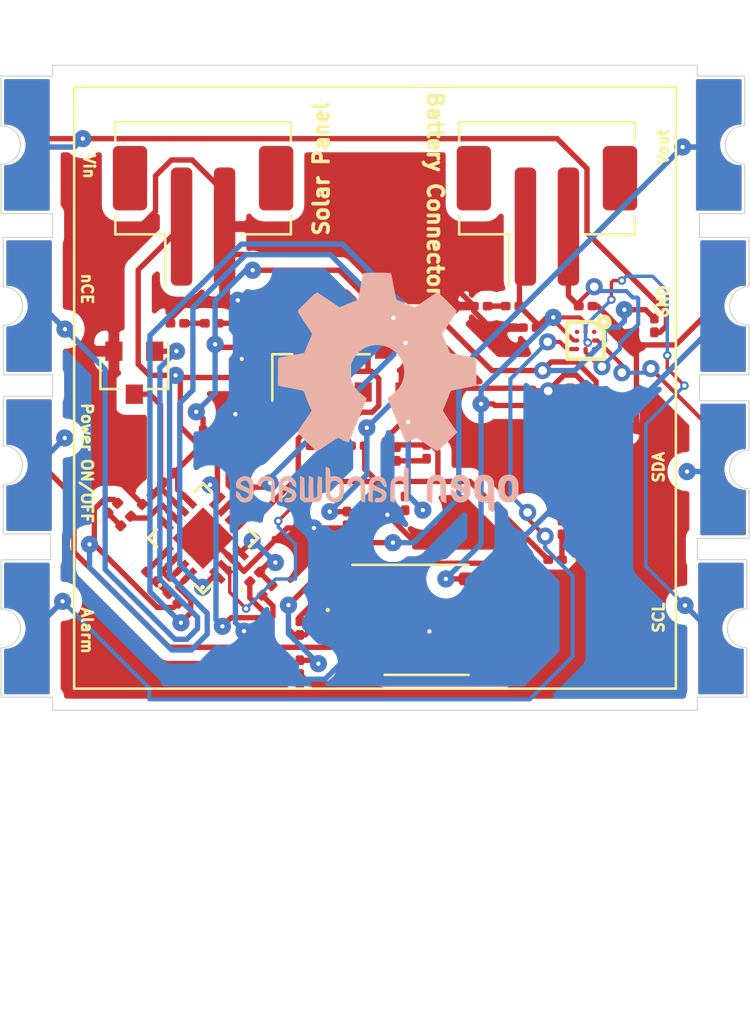
<source format=kicad_pcb>
(kicad_pcb (version 20171130) (host pcbnew "(5.1.5)-3")
  (layers (0 F.Cu signal) (31 B.Cu signal) (34 B.Paste user) (35 F.Paste user) (36 B.SilkS user) (37 F.SilkS user) (38 B.Mask user) (39 F.Mask user) (44 Edge.Cuts user))
  (net 0 "")
  (net 1 "Net-(C1-Pad1)")
  (net 2 GND)
  (net 3 VCC)
  (net 4 BATD)
  (net 5 REGN)
  (net 6 PH)
  (net 7 BTST)
  (net 8 "Net-(C6-Pad1)")
  (net 9 BATTERY)
  (net 10 SRP)
  (net 11 VFB)
  (net 12 "Net-(C11-Pad1)")
  (net 13 VOUT)
  (net 14 "Net-(D3-Pad2)")
  (net 15 "Net-(D4-Pad1)")
  (net 16 "Net-(D5-Pad1)")
  (net 17 "Net-(D6-Pad1)")
  (net 18 "Net-(D7-Pad1)")
  (net 19 "Net-(IC1-PadA1)")
  (net 20 SDA)
  (net 21 SCL)
  (net 22 CS)
  (net 23 ALM)
  (net 24 ON_OFF)
  (net 25 HIDRV)
  (net 26 LODRV)
  (net 27 nCE)
  (net 28 MPPSET)
  (net 29 "Net-(R7-Pad1)")
  (net 30 "Net-(R8-Pad1)")
  (net 31 STAT_2)
  (net 32 STAT_1)
  (net 33 "Net-(U2-Pad5)")
  (net 34 "Net-(U2-Pad6)")
  (net 35 VREF)
  (net 36 "Net-(U3-Pad4)")
  (module Symbol:OSHW-Logo2_14.6x12mm_SilkScreen (layer B.Cu) (at 120.3 79.2 180)
    (fp_text reference REF** hide)
    (fp_text value OSHW-Logo2_14.6x12mm_SilkScreen hide)
  )
  (module ASSETS:Module_Footprint (layer F.Cu) (at 103 64.6)
    (fp_text reference J8)
    (fp_text value Conn_01x01)
    (pad 1 smd custom (at 1.5 3.2) (size 1 1) (layers B.Cu B.Paste B.Mask) (net 14 "Net-(D3-Pad2)") (options (clearance outline) (anchor circle)) (primitives (gr_poly (pts (xy 0.5 0.9) (xy -1.5 0.9) (xy -1.5 2.9) (xy 0.5 2.9)) (width 0.1)) (gr_poly (pts (xy 0.5 -3.1) (xy -1.5 -3.1) (xy -1.5 -1.1) (xy 0.5 -1.1)) (width 0.1)) (gr_poly (pts (xy 0.5 -1.1) (xy -0.5 -1.1) (xy -0.5 0.9) (xy 0.5 0.9)) (width 0.1)) (gr_line (start -1 0.8) (end -0.9 0.9) (width 0.12)) (gr_line (start 0.5 2.9) (end 0.5 -3.1) (width 0.12)) (gr_line (start -0.5 -0.1) (end -0.5 0.9) (width 0.12)) (gr_line (start -0.5 0.8) (end -0.6 0.4) (width 0.12)) (gr_line (start -0.8 0.7) (end -0.5 0.6) (width 0.12)) (gr_line (start -0.6 0.4) (end -0.8 0.7) (width 0.12)) (gr_line (start 0.5 -3.1) (end -1.5 -3.1) (width 0.12)) (gr_line (start -1.5 2.9) (end 0.5 2.9) (width 0.12)) (gr_line (start -0.9 0.9) (end -0.5 0.8) (width 0.12)) (gr_line (start -0.4 0.7) (end -1 0.8) (width 0.12)) (gr_arc (start -1.5 -0.1) (end -1.5 -1.1) (angle 180) (width 0.12)) (gr_line (start -1.5 0.9) (end -1.5 2.9) (width 0.12)) (gr_line (start -1.5 -1.1) (end -1.5 -3.1) (width 0.12)) (gr_line (start -0.7 -0.8) (end -0.5 -0.8) (width 0.12)) (gr_line (start -0.6 0.4) (end -0.8 0.7) (width 0.12)) (gr_line (start -0.5 0.6) (end -0.6 0.6) (width 0.12)) (gr_line (start -0.5 0.6) (end -0.6 0.6) (width 0.12)) (gr_line (start -1 0.8) (end -0.9 0.9) (width 0.12)) (gr_line (start -0.5 -0.9) (end -0.7 -0.8) (width 0.12)) (gr_line (start -1 -1) (end -0.3 -1.1) (width 0.12)) (gr_poly (pts (xy 0.5 -3.1) (xy -1.5 -3.1) (xy -1.5 -1.1) (xy 0.5 -1.1)) (width 0.1)) (gr_line (start -0.5 -0.9) (end -0.7 -0.8) (width 0.12)) (gr_line (start -0.4 0.7) (end -1 0.8) (width 0.12)) (gr_poly (pts (xy 0.5 0.9) (xy -1.5 0.9) (xy -1.5 2.9) (xy 0.5 2.9)) (width 0.1)) (gr_line (start -1.5 -1.1) (end -1.5 -3.1) (width 0.12)) (gr_arc (start -1.5 -0.1) (end -1.5 -1.1) (angle 180) (width 0.12)) (gr_line (start 0.5 -3.1) (end -1.5 -3.1) (width 0.12)) (gr_poly (pts (xy 0.5 -1.1) (xy -0.5 -1.1) (xy -0.5 0.9) (xy 0.5 0.9)) (width 0.1)) (gr_line (start -0.9 0.9) (end -0.5 0.8) (width 0.12)) (gr_line (start -0.5 -0.8) (end -0.5 -0.6) (width 0.12)) (gr_line (start -0.9 -0.9) (end -0.5 -0.9) (width 0.12)) (gr_line (start -1.5 0.9) (end -1.5 2.9) (width 0.12)) (gr_line (start 0.5 2.9) (end 0.5 -3.1) (width 0.12)) (gr_line (start -0.8 0.7) (end -0.5 0.6) (width 0.12)) (gr_line (start -1.5 2.9) (end 0.5 2.9) (width 0.12)) (gr_line (start -0.5 0.8) (end -0.6 0.4) (width 0.12)) (gr_line (start -0.5 -0.6) (end -0.6 -0.7) (width 0.12)) (gr_line (start -0.5 -0.8) (end -0.5 -0.6) (width 0.12)) (gr_line (start -0.5 -0.1) (end -0.5 0.9) (width 0.12)) (gr_line (start -0.5 -0.6) (end -0.6 -0.7) (width 0.12)) (gr_line (start -0.3 -1.1) (end -0.9 -0.9) (width 0.12)) (gr_line (start -1 -1) (end -0.3 -1.1) (width 0.12)) (gr_line (start -0.7 -0.8) (end -0.5 -0.8) (width 0.12)) (gr_line (start -0.9 -0.9) (end -0.5 -0.9) (width 0.12)) (gr_line (start -0.3 -1.1) (end -0.9 -0.9) (width 0.12))))
    (pad 1 smd custom (at 1.5 3) (size 1 1) (layers F.Cu F.Paste F.Mask) (net 14 "Net-(D3-Pad2)") (options (clearance outline) (anchor circle)) (primitives (gr_poly (pts (xy 0.5 -0.9) (xy -1.5 -0.9) (xy -1.5 -2.9) (xy 0.5 -2.9)) (width 0.1)) (gr_poly (pts (xy 0.5 3.1) (xy -1.5 3.1) (xy -1.5 1.1) (xy 0.5 1.1)) (width 0.1)) (gr_poly (pts (xy 0.5 1.1) (xy -0.5 1.1) (xy -0.5 -0.9) (xy 0.5 -0.9)) (width 0.1)) (gr_line (start -1 -0.8) (end -0.9 -0.9) (width 0.12)) (gr_line (start 0.5 -2.9) (end 0.5 3.1) (width 0.12)) (gr_line (start -0.5 0.1) (end -0.5 -0.9) (width 0.12)) (gr_line (start -0.5 -0.8) (end -0.6 -0.4) (width 0.12)) (gr_line (start -0.8 -0.7) (end -0.5 -0.6) (width 0.12)) (gr_line (start -0.6 -0.4) (end -0.8 -0.7) (width 0.12)) (gr_line (start 0.5 3.1) (end -1.5 3.1) (width 0.12)) (gr_line (start -1.5 -2.9) (end 0.5 -2.9) (width 0.12)) (gr_line (start -0.9 -0.9) (end -0.5 -0.8) (width 0.12)) (gr_line (start -0.4 -0.7) (end -1 -0.8) (width 0.12)) (gr_arc (start -1.5 0.1) (end -1.5 1.1) (angle -180) (width 0.12)) (gr_line (start -1.5 -0.9) (end -1.5 -2.9) (width 0.12)) (gr_line (start -1.5 1.1) (end -1.5 3.1) (width 0.12)) (gr_line (start -0.7 0.8) (end -0.5 0.8) (width 0.12)) (gr_line (start -0.6 -0.4) (end -0.8 -0.7) (width 0.12)) (gr_line (start -0.5 -0.6) (end -0.6 -0.6) (width 0.12)) (gr_line (start -0.5 -0.6) (end -0.6 -0.6) (width 0.12)) (gr_line (start -1 -0.8) (end -0.9 -0.9) (width 0.12)) (gr_line (start -0.5 0.9) (end -0.7 0.8) (width 0.12)) (gr_line (start -1 1) (end -0.3 1.1) (width 0.12)) (gr_poly (pts (xy 0.5 3.1) (xy -1.5 3.1) (xy -1.5 1.1) (xy 0.5 1.1)) (width 0.1)) (gr_line (start -0.5 0.9) (end -0.7 0.8) (width 0.12)) (gr_line (start -0.4 -0.7) (end -1 -0.8) (width 0.12)) (gr_poly (pts (xy 0.5 -0.9) (xy -1.5 -0.9) (xy -1.5 -2.9) (xy 0.5 -2.9)) (width 0.1)) (gr_line (start -1.5 1.1) (end -1.5 3.1) (width 0.12)) (gr_arc (start -1.5 0.1) (end -1.5 1.1) (angle -180) (width 0.12)) (gr_line (start 0.5 3.1) (end -1.5 3.1) (width 0.12)) (gr_poly (pts (xy 0.5 1.1) (xy -0.5 1.1) (xy -0.5 -0.9) (xy 0.5 -0.9)) (width 0.1)) (gr_line (start -0.9 -0.9) (end -0.5 -0.8) (width 0.12)) (gr_line (start -0.5 0.8) (end -0.5 0.6) (width 0.12)) (gr_line (start -0.9 0.9) (end -0.5 0.9) (width 0.12)) (gr_line (start -1.5 -0.9) (end -1.5 -2.9) (width 0.12)) (gr_line (start 0.5 -2.9) (end 0.5 3.1) (width 0.12)) (gr_line (start -0.8 -0.7) (end -0.5 -0.6) (width 0.12)) (gr_line (start -1.5 -2.9) (end 0.5 -2.9) (width 0.12)) (gr_line (start -0.5 -0.8) (end -0.6 -0.4) (width 0.12)) (gr_line (start -0.5 0.6) (end -0.6 0.7) (width 0.12)) (gr_line (start -0.5 0.8) (end -0.5 0.6) (width 0.12)) (gr_line (start -0.5 0.1) (end -0.5 -0.9) (width 0.12)) (gr_line (start -0.5 0.6) (end -0.6 0.7) (width 0.12)) (gr_line (start -0.3 1.1) (end -0.9 0.9) (width 0.12)) (gr_line (start -1 1) (end -0.3 1.1) (width 0.12)) (gr_line (start -0.7 0.8) (end -0.5 0.8) (width 0.12)) (gr_line (start -0.9 0.9) (end -0.5 0.9) (width 0.12)) (gr_line (start -0.3 1.1) (end -0.9 0.9) (width 0.12))))
  )
  (module ASSETS:Module_Footprint (layer F.Cu) (at 103.1 72.1)
    (fp_text reference J1)
    (fp_text value Conn_01x01)
    (pad 1 smd custom (at 1.5 3.2) (size 1 1) (layers B.Cu B.Paste B.Mask) (net 27 nCE) (options (clearance outline) (anchor circle)) (primitives (gr_poly (pts (xy 0.5 0.9) (xy -1.5 0.9) (xy -1.5 2.9) (xy 0.5 2.9)) (width 0.1)) (gr_poly (pts (xy 0.5 -3.1) (xy -1.5 -3.1) (xy -1.5 -1.1) (xy 0.5 -1.1)) (width 0.1)) (gr_poly (pts (xy 0.5 -1.1) (xy -0.5 -1.1) (xy -0.5 0.9) (xy 0.5 0.9)) (width 0.1)) (gr_line (start -1 0.8) (end -0.9 0.9) (width 0.12)) (gr_line (start 0.5 2.9) (end 0.5 -3.1) (width 0.12)) (gr_line (start -0.5 -0.1) (end -0.5 0.9) (width 0.12)) (gr_line (start -0.5 0.8) (end -0.6 0.4) (width 0.12)) (gr_line (start -0.8 0.7) (end -0.5 0.6) (width 0.12)) (gr_line (start -0.6 0.4) (end -0.8 0.7) (width 0.12)) (gr_line (start 0.5 -3.1) (end -1.5 -3.1) (width 0.12)) (gr_line (start -1.5 2.9) (end 0.5 2.9) (width 0.12)) (gr_line (start -0.9 0.9) (end -0.5 0.8) (width 0.12)) (gr_line (start -0.4 0.7) (end -1 0.8) (width 0.12)) (gr_arc (start -1.5 -0.1) (end -1.5 -1.1) (angle 180) (width 0.12)) (gr_line (start -1.5 0.9) (end -1.5 2.9) (width 0.12)) (gr_line (start -1.5 -1.1) (end -1.5 -3.1) (width 0.12)) (gr_line (start -0.7 -0.8) (end -0.5 -0.8) (width 0.12)) (gr_line (start -0.6 0.4) (end -0.8 0.7) (width 0.12)) (gr_line (start -0.5 0.6) (end -0.6 0.6) (width 0.12)) (gr_line (start -0.5 0.6) (end -0.6 0.6) (width 0.12)) (gr_line (start -1 0.8) (end -0.9 0.9) (width 0.12)) (gr_line (start -0.5 -0.9) (end -0.7 -0.8) (width 0.12)) (gr_line (start -1 -1) (end -0.3 -1.1) (width 0.12)) (gr_poly (pts (xy 0.5 -3.1) (xy -1.5 -3.1) (xy -1.5 -1.1) (xy 0.5 -1.1)) (width 0.1)) (gr_line (start -0.5 -0.9) (end -0.7 -0.8) (width 0.12)) (gr_line (start -0.4 0.7) (end -1 0.8) (width 0.12)) (gr_poly (pts (xy 0.5 0.9) (xy -1.5 0.9) (xy -1.5 2.9) (xy 0.5 2.9)) (width 0.1)) (gr_line (start -1.5 -1.1) (end -1.5 -3.1) (width 0.12)) (gr_arc (start -1.5 -0.1) (end -1.5 -1.1) (angle 180) (width 0.12)) (gr_line (start 0.5 -3.1) (end -1.5 -3.1) (width 0.12)) (gr_poly (pts (xy 0.5 -1.1) (xy -0.5 -1.1) (xy -0.5 0.9) (xy 0.5 0.9)) (width 0.1)) (gr_line (start -0.9 0.9) (end -0.5 0.8) (width 0.12)) (gr_line (start -0.5 -0.8) (end -0.5 -0.6) (width 0.12)) (gr_line (start -0.9 -0.9) (end -0.5 -0.9) (width 0.12)) (gr_line (start -1.5 0.9) (end -1.5 2.9) (width 0.12)) (gr_line (start 0.5 2.9) (end 0.5 -3.1) (width 0.12)) (gr_line (start -0.8 0.7) (end -0.5 0.6) (width 0.12)) (gr_line (start -1.5 2.9) (end 0.5 2.9) (width 0.12)) (gr_line (start -0.5 0.8) (end -0.6 0.4) (width 0.12)) (gr_line (start -0.5 -0.6) (end -0.6 -0.7) (width 0.12)) (gr_line (start -0.5 -0.8) (end -0.5 -0.6) (width 0.12)) (gr_line (start -0.5 -0.1) (end -0.5 0.9) (width 0.12)) (gr_line (start -0.5 -0.6) (end -0.6 -0.7) (width 0.12)) (gr_line (start -0.3 -1.1) (end -0.9 -0.9) (width 0.12)) (gr_line (start -1 -1) (end -0.3 -1.1) (width 0.12)) (gr_line (start -0.7 -0.8) (end -0.5 -0.8) (width 0.12)) (gr_line (start -0.9 -0.9) (end -0.5 -0.9) (width 0.12)) (gr_line (start -0.3 -1.1) (end -0.9 -0.9) (width 0.12))))
    (pad 1 smd custom (at 1.5 3) (size 1 1) (layers F.Cu F.Paste F.Mask) (net 27 nCE) (options (clearance outline) (anchor circle)) (primitives (gr_poly (pts (xy 0.5 -0.9) (xy -1.5 -0.9) (xy -1.5 -2.9) (xy 0.5 -2.9)) (width 0.1)) (gr_poly (pts (xy 0.5 3.1) (xy -1.5 3.1) (xy -1.5 1.1) (xy 0.5 1.1)) (width 0.1)) (gr_poly (pts (xy 0.5 1.1) (xy -0.5 1.1) (xy -0.5 -0.9) (xy 0.5 -0.9)) (width 0.1)) (gr_line (start -1 -0.8) (end -0.9 -0.9) (width 0.12)) (gr_line (start 0.5 -2.9) (end 0.5 3.1) (width 0.12)) (gr_line (start -0.5 0.1) (end -0.5 -0.9) (width 0.12)) (gr_line (start -0.5 -0.8) (end -0.6 -0.4) (width 0.12)) (gr_line (start -0.8 -0.7) (end -0.5 -0.6) (width 0.12)) (gr_line (start -0.6 -0.4) (end -0.8 -0.7) (width 0.12)) (gr_line (start 0.5 3.1) (end -1.5 3.1) (width 0.12)) (gr_line (start -1.5 -2.9) (end 0.5 -2.9) (width 0.12)) (gr_line (start -0.9 -0.9) (end -0.5 -0.8) (width 0.12)) (gr_line (start -0.4 -0.7) (end -1 -0.8) (width 0.12)) (gr_arc (start -1.5 0.1) (end -1.5 1.1) (angle -180) (width 0.12)) (gr_line (start -1.5 -0.9) (end -1.5 -2.9) (width 0.12)) (gr_line (start -1.5 1.1) (end -1.5 3.1) (width 0.12)) (gr_line (start -0.7 0.8) (end -0.5 0.8) (width 0.12)) (gr_line (start -0.6 -0.4) (end -0.8 -0.7) (width 0.12)) (gr_line (start -0.5 -0.6) (end -0.6 -0.6) (width 0.12)) (gr_line (start -0.5 -0.6) (end -0.6 -0.6) (width 0.12)) (gr_line (start -1 -0.8) (end -0.9 -0.9) (width 0.12)) (gr_line (start -0.5 0.9) (end -0.7 0.8) (width 0.12)) (gr_line (start -1 1) (end -0.3 1.1) (width 0.12)) (gr_poly (pts (xy 0.5 3.1) (xy -1.5 3.1) (xy -1.5 1.1) (xy 0.5 1.1)) (width 0.1)) (gr_line (start -0.5 0.9) (end -0.7 0.8) (width 0.12)) (gr_line (start -0.4 -0.7) (end -1 -0.8) (width 0.12)) (gr_poly (pts (xy 0.5 -0.9) (xy -1.5 -0.9) (xy -1.5 -2.9) (xy 0.5 -2.9)) (width 0.1)) (gr_line (start -1.5 1.1) (end -1.5 3.1) (width 0.12)) (gr_arc (start -1.5 0.1) (end -1.5 1.1) (angle -180) (width 0.12)) (gr_line (start 0.5 3.1) (end -1.5 3.1) (width 0.12)) (gr_poly (pts (xy 0.5 1.1) (xy -0.5 1.1) (xy -0.5 -0.9) (xy 0.5 -0.9)) (width 0.1)) (gr_line (start -0.9 -0.9) (end -0.5 -0.8) (width 0.12)) (gr_line (start -0.5 0.8) (end -0.5 0.6) (width 0.12)) (gr_line (start -0.9 0.9) (end -0.5 0.9) (width 0.12)) (gr_line (start -1.5 -0.9) (end -1.5 -2.9) (width 0.12)) (gr_line (start 0.5 -2.9) (end 0.5 3.1) (width 0.12)) (gr_line (start -0.8 -0.7) (end -0.5 -0.6) (width 0.12)) (gr_line (start -1.5 -2.9) (end 0.5 -2.9) (width 0.12)) (gr_line (start -0.5 -0.8) (end -0.6 -0.4) (width 0.12)) (gr_line (start -0.5 0.6) (end -0.6 0.7) (width 0.12)) (gr_line (start -0.5 0.8) (end -0.5 0.6) (width 0.12)) (gr_line (start -0.5 0.1) (end -0.5 -0.9) (width 0.12)) (gr_line (start -0.5 0.6) (end -0.6 0.7) (width 0.12)) (gr_line (start -0.3 1.1) (end -0.9 0.9) (width 0.12)) (gr_line (start -1 1) (end -0.3 1.1) (width 0.12)) (gr_line (start -0.7 0.8) (end -0.5 0.8) (width 0.12)) (gr_line (start -0.9 0.9) (end -0.5 0.9) (width 0.12)) (gr_line (start -0.3 1.1) (end -0.9 0.9) (width 0.12))))
  )
  (module ASSETS:Module_Footprint (layer F.Cu) (at 103.1 79.5)
    (fp_text reference J6)
    (fp_text value Conn_01x01)
    (pad 1 smd custom (at 1.5 3.2) (size 1 1) (layers B.Cu B.Paste B.Mask) (net 24 ON_OFF) (options (clearance outline) (anchor circle)) (primitives (gr_poly (pts (xy 0.5 0.9) (xy -1.5 0.9) (xy -1.5 2.9) (xy 0.5 2.9)) (width 0.1)) (gr_poly (pts (xy 0.5 -3.1) (xy -1.5 -3.1) (xy -1.5 -1.1) (xy 0.5 -1.1)) (width 0.1)) (gr_poly (pts (xy 0.5 -1.1) (xy -0.5 -1.1) (xy -0.5 0.9) (xy 0.5 0.9)) (width 0.1)) (gr_line (start -1 0.8) (end -0.9 0.9) (width 0.12)) (gr_line (start 0.5 2.9) (end 0.5 -3.1) (width 0.12)) (gr_line (start -0.5 -0.1) (end -0.5 0.9) (width 0.12)) (gr_line (start -0.5 0.8) (end -0.6 0.4) (width 0.12)) (gr_line (start -0.8 0.7) (end -0.5 0.6) (width 0.12)) (gr_line (start -0.6 0.4) (end -0.8 0.7) (width 0.12)) (gr_line (start 0.5 -3.1) (end -1.5 -3.1) (width 0.12)) (gr_line (start -1.5 2.9) (end 0.5 2.9) (width 0.12)) (gr_line (start -0.9 0.9) (end -0.5 0.8) (width 0.12)) (gr_line (start -0.4 0.7) (end -1 0.8) (width 0.12)) (gr_arc (start -1.5 -0.1) (end -1.5 -1.1) (angle 180) (width 0.12)) (gr_line (start -1.5 0.9) (end -1.5 2.9) (width 0.12)) (gr_line (start -1.5 -1.1) (end -1.5 -3.1) (width 0.12)) (gr_line (start -0.7 -0.8) (end -0.5 -0.8) (width 0.12)) (gr_line (start -0.6 0.4) (end -0.8 0.7) (width 0.12)) (gr_line (start -0.5 0.6) (end -0.6 0.6) (width 0.12)) (gr_line (start -0.5 0.6) (end -0.6 0.6) (width 0.12)) (gr_line (start -1 0.8) (end -0.9 0.9) (width 0.12)) (gr_line (start -0.5 -0.9) (end -0.7 -0.8) (width 0.12)) (gr_line (start -1 -1) (end -0.3 -1.1) (width 0.12)) (gr_poly (pts (xy 0.5 -3.1) (xy -1.5 -3.1) (xy -1.5 -1.1) (xy 0.5 -1.1)) (width 0.1)) (gr_line (start -0.5 -0.9) (end -0.7 -0.8) (width 0.12)) (gr_line (start -0.4 0.7) (end -1 0.8) (width 0.12)) (gr_poly (pts (xy 0.5 0.9) (xy -1.5 0.9) (xy -1.5 2.9) (xy 0.5 2.9)) (width 0.1)) (gr_line (start -1.5 -1.1) (end -1.5 -3.1) (width 0.12)) (gr_arc (start -1.5 -0.1) (end -1.5 -1.1) (angle 180) (width 0.12)) (gr_line (start 0.5 -3.1) (end -1.5 -3.1) (width 0.12)) (gr_poly (pts (xy 0.5 -1.1) (xy -0.5 -1.1) (xy -0.5 0.9) (xy 0.5 0.9)) (width 0.1)) (gr_line (start -0.9 0.9) (end -0.5 0.8) (width 0.12)) (gr_line (start -0.5 -0.8) (end -0.5 -0.6) (width 0.12)) (gr_line (start -0.9 -0.9) (end -0.5 -0.9) (width 0.12)) (gr_line (start -1.5 0.9) (end -1.5 2.9) (width 0.12)) (gr_line (start 0.5 2.9) (end 0.5 -3.1) (width 0.12)) (gr_line (start -0.8 0.7) (end -0.5 0.6) (width 0.12)) (gr_line (start -1.5 2.9) (end 0.5 2.9) (width 0.12)) (gr_line (start -0.5 0.8) (end -0.6 0.4) (width 0.12)) (gr_line (start -0.5 -0.6) (end -0.6 -0.7) (width 0.12)) (gr_line (start -0.5 -0.8) (end -0.5 -0.6) (width 0.12)) (gr_line (start -0.5 -0.1) (end -0.5 0.9) (width 0.12)) (gr_line (start -0.5 -0.6) (end -0.6 -0.7) (width 0.12)) (gr_line (start -0.3 -1.1) (end -0.9 -0.9) (width 0.12)) (gr_line (start -1 -1) (end -0.3 -1.1) (width 0.12)) (gr_line (start -0.7 -0.8) (end -0.5 -0.8) (width 0.12)) (gr_line (start -0.9 -0.9) (end -0.5 -0.9) (width 0.12)) (gr_line (start -0.3 -1.1) (end -0.9 -0.9) (width 0.12))))
    (pad 1 smd custom (at 1.5 3) (size 1 1) (layers F.Cu F.Paste F.Mask) (net 24 ON_OFF) (options (clearance outline) (anchor circle)) (primitives (gr_poly (pts (xy 0.5 -0.9) (xy -1.5 -0.9) (xy -1.5 -2.9) (xy 0.5 -2.9)) (width 0.1)) (gr_poly (pts (xy 0.5 3.1) (xy -1.5 3.1) (xy -1.5 1.1) (xy 0.5 1.1)) (width 0.1)) (gr_poly (pts (xy 0.5 1.1) (xy -0.5 1.1) (xy -0.5 -0.9) (xy 0.5 -0.9)) (width 0.1)) (gr_line (start -1 -0.8) (end -0.9 -0.9) (width 0.12)) (gr_line (start 0.5 -2.9) (end 0.5 3.1) (width 0.12)) (gr_line (start -0.5 0.1) (end -0.5 -0.9) (width 0.12)) (gr_line (start -0.5 -0.8) (end -0.6 -0.4) (width 0.12)) (gr_line (start -0.8 -0.7) (end -0.5 -0.6) (width 0.12)) (gr_line (start -0.6 -0.4) (end -0.8 -0.7) (width 0.12)) (gr_line (start 0.5 3.1) (end -1.5 3.1) (width 0.12)) (gr_line (start -1.5 -2.9) (end 0.5 -2.9) (width 0.12)) (gr_line (start -0.9 -0.9) (end -0.5 -0.8) (width 0.12)) (gr_line (start -0.4 -0.7) (end -1 -0.8) (width 0.12)) (gr_arc (start -1.5 0.1) (end -1.5 1.1) (angle -180) (width 0.12)) (gr_line (start -1.5 -0.9) (end -1.5 -2.9) (width 0.12)) (gr_line (start -1.5 1.1) (end -1.5 3.1) (width 0.12)) (gr_line (start -0.7 0.8) (end -0.5 0.8) (width 0.12)) (gr_line (start -0.6 -0.4) (end -0.8 -0.7) (width 0.12)) (gr_line (start -0.5 -0.6) (end -0.6 -0.6) (width 0.12)) (gr_line (start -0.5 -0.6) (end -0.6 -0.6) (width 0.12)) (gr_line (start -1 -0.8) (end -0.9 -0.9) (width 0.12)) (gr_line (start -0.5 0.9) (end -0.7 0.8) (width 0.12)) (gr_line (start -1 1) (end -0.3 1.1) (width 0.12)) (gr_poly (pts (xy 0.5 3.1) (xy -1.5 3.1) (xy -1.5 1.1) (xy 0.5 1.1)) (width 0.1)) (gr_line (start -0.5 0.9) (end -0.7 0.8) (width 0.12)) (gr_line (start -0.4 -0.7) (end -1 -0.8) (width 0.12)) (gr_poly (pts (xy 0.5 -0.9) (xy -1.5 -0.9) (xy -1.5 -2.9) (xy 0.5 -2.9)) (width 0.1)) (gr_line (start -1.5 1.1) (end -1.5 3.1) (width 0.12)) (gr_arc (start -1.5 0.1) (end -1.5 1.1) (angle -180) (width 0.12)) (gr_line (start 0.5 3.1) (end -1.5 3.1) (width 0.12)) (gr_poly (pts (xy 0.5 1.1) (xy -0.5 1.1) (xy -0.5 -0.9) (xy 0.5 -0.9)) (width 0.1)) (gr_line (start -0.9 -0.9) (end -0.5 -0.8) (width 0.12)) (gr_line (start -0.5 0.8) (end -0.5 0.6) (width 0.12)) (gr_line (start -0.9 0.9) (end -0.5 0.9) (width 0.12)) (gr_line (start -1.5 -0.9) (end -1.5 -2.9) (width 0.12)) (gr_line (start 0.5 -2.9) (end 0.5 3.1) (width 0.12)) (gr_line (start -0.8 -0.7) (end -0.5 -0.6) (width 0.12)) (gr_line (start -1.5 -2.9) (end 0.5 -2.9) (width 0.12)) (gr_line (start -0.5 -0.8) (end -0.6 -0.4) (width 0.12)) (gr_line (start -0.5 0.6) (end -0.6 0.7) (width 0.12)) (gr_line (start -0.5 0.8) (end -0.5 0.6) (width 0.12)) (gr_line (start -0.5 0.1) (end -0.5 -0.9) (width 0.12)) (gr_line (start -0.5 0.6) (end -0.6 0.7) (width 0.12)) (gr_line (start -0.3 1.1) (end -0.9 0.9) (width 0.12)) (gr_line (start -1 1) (end -0.3 1.1) (width 0.12)) (gr_line (start -0.7 0.8) (end -0.5 0.8) (width 0.12)) (gr_line (start -0.9 0.9) (end -0.5 0.9) (width 0.12)) (gr_line (start -0.3 1.1) (end -0.9 0.9) (width 0.12))))
  )
  (module ASSETS:Module_Footprint (layer F.Cu) (at 137.3 93.3 180)
    (fp_text reference J4)
    (fp_text value Conn_01x01)
    (pad 1 smd custom (at 1.5 3.2 180) (size 1 1) (layers B.Cu B.Paste B.Mask) (net 21 SCL) (options (clearance outline) (anchor circle)) (primitives (gr_poly (pts (xy 0.5 0.9) (xy -1.5 0.9) (xy -1.5 2.9) (xy 0.5 2.9)) (width 0.1)) (gr_poly (pts (xy 0.5 -3.1) (xy -1.5 -3.1) (xy -1.5 -1.1) (xy 0.5 -1.1)) (width 0.1)) (gr_poly (pts (xy 0.5 -1.1) (xy -0.5 -1.1) (xy -0.5 0.9) (xy 0.5 0.9)) (width 0.1)) (gr_line (start -1 0.8) (end -0.9 0.9) (width 0.12)) (gr_line (start 0.5 2.9) (end 0.5 -3.1) (width 0.12)) (gr_line (start -0.5 -0.1) (end -0.5 0.9) (width 0.12)) (gr_line (start -0.5 0.8) (end -0.6 0.4) (width 0.12)) (gr_line (start -0.8 0.7) (end -0.5 0.6) (width 0.12)) (gr_line (start -0.6 0.4) (end -0.8 0.7) (width 0.12)) (gr_line (start 0.5 -3.1) (end -1.5 -3.1) (width 0.12)) (gr_line (start -1.5 2.9) (end 0.5 2.9) (width 0.12)) (gr_line (start -0.9 0.9) (end -0.5 0.8) (width 0.12)) (gr_line (start -0.4 0.7) (end -1 0.8) (width 0.12)) (gr_arc (start -1.5 -0.1) (end -1.5 -1.1) (angle 180) (width 0.12)) (gr_line (start -1.5 0.9) (end -1.5 2.9) (width 0.12)) (gr_line (start -1.5 -1.1) (end -1.5 -3.1) (width 0.12)) (gr_line (start -0.7 -0.8) (end -0.5 -0.8) (width 0.12)) (gr_line (start -0.6 0.4) (end -0.8 0.7) (width 0.12)) (gr_line (start -0.5 0.6) (end -0.6 0.6) (width 0.12)) (gr_line (start -0.5 0.6) (end -0.6 0.6) (width 0.12)) (gr_line (start -1 0.8) (end -0.9 0.9) (width 0.12)) (gr_line (start -0.5 -0.9) (end -0.7 -0.8) (width 0.12)) (gr_line (start -1 -1) (end -0.3 -1.1) (width 0.12)) (gr_poly (pts (xy 0.5 -3.1) (xy -1.5 -3.1) (xy -1.5 -1.1) (xy 0.5 -1.1)) (width 0.1)) (gr_line (start -0.5 -0.9) (end -0.7 -0.8) (width 0.12)) (gr_line (start -0.4 0.7) (end -1 0.8) (width 0.12)) (gr_poly (pts (xy 0.5 0.9) (xy -1.5 0.9) (xy -1.5 2.9) (xy 0.5 2.9)) (width 0.1)) (gr_line (start -1.5 -1.1) (end -1.5 -3.1) (width 0.12)) (gr_arc (start -1.5 -0.1) (end -1.5 -1.1) (angle 180) (width 0.12)) (gr_line (start 0.5 -3.1) (end -1.5 -3.1) (width 0.12)) (gr_poly (pts (xy 0.5 -1.1) (xy -0.5 -1.1) (xy -0.5 0.9) (xy 0.5 0.9)) (width 0.1)) (gr_line (start -0.9 0.9) (end -0.5 0.8) (width 0.12)) (gr_line (start -0.5 -0.8) (end -0.5 -0.6) (width 0.12)) (gr_line (start -0.9 -0.9) (end -0.5 -0.9) (width 0.12)) (gr_line (start -1.5 0.9) (end -1.5 2.9) (width 0.12)) (gr_line (start 0.5 2.9) (end 0.5 -3.1) (width 0.12)) (gr_line (start -0.8 0.7) (end -0.5 0.6) (width 0.12)) (gr_line (start -1.5 2.9) (end 0.5 2.9) (width 0.12)) (gr_line (start -0.5 0.8) (end -0.6 0.4) (width 0.12)) (gr_line (start -0.5 -0.6) (end -0.6 -0.7) (width 0.12)) (gr_line (start -0.5 -0.8) (end -0.5 -0.6) (width 0.12)) (gr_line (start -0.5 -0.1) (end -0.5 0.9) (width 0.12)) (gr_line (start -0.5 -0.6) (end -0.6 -0.7) (width 0.12)) (gr_line (start -0.3 -1.1) (end -0.9 -0.9) (width 0.12)) (gr_line (start -1 -1) (end -0.3 -1.1) (width 0.12)) (gr_line (start -0.7 -0.8) (end -0.5 -0.8) (width 0.12)) (gr_line (start -0.9 -0.9) (end -0.5 -0.9) (width 0.12)) (gr_line (start -0.3 -1.1) (end -0.9 -0.9) (width 0.12))))
    (pad 1 smd custom (at 1.5 3 180) (size 1 1) (layers F.Cu F.Paste F.Mask) (net 21 SCL) (options (clearance outline) (anchor circle)) (primitives (gr_poly (pts (xy 0.5 -0.9) (xy -1.5 -0.9) (xy -1.5 -2.9) (xy 0.5 -2.9)) (width 0.1)) (gr_poly (pts (xy 0.5 3.1) (xy -1.5 3.1) (xy -1.5 1.1) (xy 0.5 1.1)) (width 0.1)) (gr_poly (pts (xy 0.5 1.1) (xy -0.5 1.1) (xy -0.5 -0.9) (xy 0.5 -0.9)) (width 0.1)) (gr_line (start -1 -0.8) (end -0.9 -0.9) (width 0.12)) (gr_line (start 0.5 -2.9) (end 0.5 3.1) (width 0.12)) (gr_line (start -0.5 0.1) (end -0.5 -0.9) (width 0.12)) (gr_line (start -0.5 -0.8) (end -0.6 -0.4) (width 0.12)) (gr_line (start -0.8 -0.7) (end -0.5 -0.6) (width 0.12)) (gr_line (start -0.6 -0.4) (end -0.8 -0.7) (width 0.12)) (gr_line (start 0.5 3.1) (end -1.5 3.1) (width 0.12)) (gr_line (start -1.5 -2.9) (end 0.5 -2.9) (width 0.12)) (gr_line (start -0.9 -0.9) (end -0.5 -0.8) (width 0.12)) (gr_line (start -0.4 -0.7) (end -1 -0.8) (width 0.12)) (gr_arc (start -1.5 0.1) (end -1.5 1.1) (angle -180) (width 0.12)) (gr_line (start -1.5 -0.9) (end -1.5 -2.9) (width 0.12)) (gr_line (start -1.5 1.1) (end -1.5 3.1) (width 0.12)) (gr_line (start -0.7 0.8) (end -0.5 0.8) (width 0.12)) (gr_line (start -0.6 -0.4) (end -0.8 -0.7) (width 0.12)) (gr_line (start -0.5 -0.6) (end -0.6 -0.6) (width 0.12)) (gr_line (start -0.5 -0.6) (end -0.6 -0.6) (width 0.12)) (gr_line (start -1 -0.8) (end -0.9 -0.9) (width 0.12)) (gr_line (start -0.5 0.9) (end -0.7 0.8) (width 0.12)) (gr_line (start -1 1) (end -0.3 1.1) (width 0.12)) (gr_poly (pts (xy 0.5 3.1) (xy -1.5 3.1) (xy -1.5 1.1) (xy 0.5 1.1)) (width 0.1)) (gr_line (start -0.5 0.9) (end -0.7 0.8) (width 0.12)) (gr_line (start -0.4 -0.7) (end -1 -0.8) (width 0.12)) (gr_poly (pts (xy 0.5 -0.9) (xy -1.5 -0.9) (xy -1.5 -2.9) (xy 0.5 -2.9)) (width 0.1)) (gr_line (start -1.5 1.1) (end -1.5 3.1) (width 0.12)) (gr_arc (start -1.5 0.1) (end -1.5 1.1) (angle -180) (width 0.12)) (gr_line (start 0.5 3.1) (end -1.5 3.1) (width 0.12)) (gr_poly (pts (xy 0.5 1.1) (xy -0.5 1.1) (xy -0.5 -0.9) (xy 0.5 -0.9)) (width 0.1)) (gr_line (start -0.9 -0.9) (end -0.5 -0.8) (width 0.12)) (gr_line (start -0.5 0.8) (end -0.5 0.6) (width 0.12)) (gr_line (start -0.9 0.9) (end -0.5 0.9) (width 0.12)) (gr_line (start -1.5 -0.9) (end -1.5 -2.9) (width 0.12)) (gr_line (start 0.5 -2.9) (end 0.5 3.1) (width 0.12)) (gr_line (start -0.8 -0.7) (end -0.5 -0.6) (width 0.12)) (gr_line (start -1.5 -2.9) (end 0.5 -2.9) (width 0.12)) (gr_line (start -0.5 -0.8) (end -0.6 -0.4) (width 0.12)) (gr_line (start -0.5 0.6) (end -0.6 0.7) (width 0.12)) (gr_line (start -0.5 0.8) (end -0.5 0.6) (width 0.12)) (gr_line (start -0.5 0.1) (end -0.5 -0.9) (width 0.12)) (gr_line (start -0.5 0.6) (end -0.6 0.7) (width 0.12)) (gr_line (start -0.3 1.1) (end -0.9 0.9) (width 0.12)) (gr_line (start -1 1) (end -0.3 1.1) (width 0.12)) (gr_line (start -0.7 0.8) (end -0.5 0.8) (width 0.12)) (gr_line (start -0.9 0.9) (end -0.5 0.9) (width 0.12)) (gr_line (start -0.3 1.1) (end -0.9 0.9) (width 0.12))))
  )
  (module ASSETS:Module_Footprint (layer F.Cu) (at 103 87.1)
    (fp_text reference J7)
    (fp_text value Conn_01x01)
    (pad 1 smd custom (at 1.5 3.2) (size 1 1) (layers B.Cu B.Paste B.Mask) (net 23 ALM) (options (clearance outline) (anchor circle)) (primitives (gr_poly (pts (xy 0.5 0.9) (xy -1.5 0.9) (xy -1.5 2.9) (xy 0.5 2.9)) (width 0.1)) (gr_poly (pts (xy 0.5 -3.1) (xy -1.5 -3.1) (xy -1.5 -1.1) (xy 0.5 -1.1)) (width 0.1)) (gr_poly (pts (xy 0.5 -1.1) (xy -0.5 -1.1) (xy -0.5 0.9) (xy 0.5 0.9)) (width 0.1)) (gr_line (start -1 0.8) (end -0.9 0.9) (width 0.12)) (gr_line (start 0.5 2.9) (end 0.5 -3.1) (width 0.12)) (gr_line (start -0.5 -0.1) (end -0.5 0.9) (width 0.12)) (gr_line (start -0.5 0.8) (end -0.6 0.4) (width 0.12)) (gr_line (start -0.8 0.7) (end -0.5 0.6) (width 0.12)) (gr_line (start -0.6 0.4) (end -0.8 0.7) (width 0.12)) (gr_line (start 0.5 -3.1) (end -1.5 -3.1) (width 0.12)) (gr_line (start -1.5 2.9) (end 0.5 2.9) (width 0.12)) (gr_line (start -0.9 0.9) (end -0.5 0.8) (width 0.12)) (gr_line (start -0.4 0.7) (end -1 0.8) (width 0.12)) (gr_arc (start -1.5 -0.1) (end -1.5 -1.1) (angle 180) (width 0.12)) (gr_line (start -1.5 0.9) (end -1.5 2.9) (width 0.12)) (gr_line (start -1.5 -1.1) (end -1.5 -3.1) (width 0.12)) (gr_line (start -0.7 -0.8) (end -0.5 -0.8) (width 0.12)) (gr_line (start -0.6 0.4) (end -0.8 0.7) (width 0.12)) (gr_line (start -0.5 0.6) (end -0.6 0.6) (width 0.12)) (gr_line (start -0.5 0.6) (end -0.6 0.6) (width 0.12)) (gr_line (start -1 0.8) (end -0.9 0.9) (width 0.12)) (gr_line (start -0.5 -0.9) (end -0.7 -0.8) (width 0.12)) (gr_line (start -1 -1) (end -0.3 -1.1) (width 0.12)) (gr_poly (pts (xy 0.5 -3.1) (xy -1.5 -3.1) (xy -1.5 -1.1) (xy 0.5 -1.1)) (width 0.1)) (gr_line (start -0.5 -0.9) (end -0.7 -0.8) (width 0.12)) (gr_line (start -0.4 0.7) (end -1 0.8) (width 0.12)) (gr_poly (pts (xy 0.5 0.9) (xy -1.5 0.9) (xy -1.5 2.9) (xy 0.5 2.9)) (width 0.1)) (gr_line (start -1.5 -1.1) (end -1.5 -3.1) (width 0.12)) (gr_arc (start -1.5 -0.1) (end -1.5 -1.1) (angle 180) (width 0.12)) (gr_line (start 0.5 -3.1) (end -1.5 -3.1) (width 0.12)) (gr_poly (pts (xy 0.5 -1.1) (xy -0.5 -1.1) (xy -0.5 0.9) (xy 0.5 0.9)) (width 0.1)) (gr_line (start -0.9 0.9) (end -0.5 0.8) (width 0.12)) (gr_line (start -0.5 -0.8) (end -0.5 -0.6) (width 0.12)) (gr_line (start -0.9 -0.9) (end -0.5 -0.9) (width 0.12)) (gr_line (start -1.5 0.9) (end -1.5 2.9) (width 0.12)) (gr_line (start 0.5 2.9) (end 0.5 -3.1) (width 0.12)) (gr_line (start -0.8 0.7) (end -0.5 0.6) (width 0.12)) (gr_line (start -1.5 2.9) (end 0.5 2.9) (width 0.12)) (gr_line (start -0.5 0.8) (end -0.6 0.4) (width 0.12)) (gr_line (start -0.5 -0.6) (end -0.6 -0.7) (width 0.12)) (gr_line (start -0.5 -0.8) (end -0.5 -0.6) (width 0.12)) (gr_line (start -0.5 -0.1) (end -0.5 0.9) (width 0.12)) (gr_line (start -0.5 -0.6) (end -0.6 -0.7) (width 0.12)) (gr_line (start -0.3 -1.1) (end -0.9 -0.9) (width 0.12)) (gr_line (start -1 -1) (end -0.3 -1.1) (width 0.12)) (gr_line (start -0.7 -0.8) (end -0.5 -0.8) (width 0.12)) (gr_line (start -0.9 -0.9) (end -0.5 -0.9) (width 0.12)) (gr_line (start -0.3 -1.1) (end -0.9 -0.9) (width 0.12))))
    (pad 1 smd custom (at 1.5 3) (size 1 1) (layers F.Cu F.Paste F.Mask) (net 23 ALM) (options (clearance outline) (anchor circle)) (primitives (gr_poly (pts (xy 0.5 -0.9) (xy -1.5 -0.9) (xy -1.5 -2.9) (xy 0.5 -2.9)) (width 0.1)) (gr_poly (pts (xy 0.5 3.1) (xy -1.5 3.1) (xy -1.5 1.1) (xy 0.5 1.1)) (width 0.1)) (gr_poly (pts (xy 0.5 1.1) (xy -0.5 1.1) (xy -0.5 -0.9) (xy 0.5 -0.9)) (width 0.1)) (gr_line (start -1 -0.8) (end -0.9 -0.9) (width 0.12)) (gr_line (start 0.5 -2.9) (end 0.5 3.1) (width 0.12)) (gr_line (start -0.5 0.1) (end -0.5 -0.9) (width 0.12)) (gr_line (start -0.5 -0.8) (end -0.6 -0.4) (width 0.12)) (gr_line (start -0.8 -0.7) (end -0.5 -0.6) (width 0.12)) (gr_line (start -0.6 -0.4) (end -0.8 -0.7) (width 0.12)) (gr_line (start 0.5 3.1) (end -1.5 3.1) (width 0.12)) (gr_line (start -1.5 -2.9) (end 0.5 -2.9) (width 0.12)) (gr_line (start -0.9 -0.9) (end -0.5 -0.8) (width 0.12)) (gr_line (start -0.4 -0.7) (end -1 -0.8) (width 0.12)) (gr_arc (start -1.5 0.1) (end -1.5 1.1) (angle -180) (width 0.12)) (gr_line (start -1.5 -0.9) (end -1.5 -2.9) (width 0.12)) (gr_line (start -1.5 1.1) (end -1.5 3.1) (width 0.12)) (gr_line (start -0.7 0.8) (end -0.5 0.8) (width 0.12)) (gr_line (start -0.6 -0.4) (end -0.8 -0.7) (width 0.12)) (gr_line (start -0.5 -0.6) (end -0.6 -0.6) (width 0.12)) (gr_line (start -0.5 -0.6) (end -0.6 -0.6) (width 0.12)) (gr_line (start -1 -0.8) (end -0.9 -0.9) (width 0.12)) (gr_line (start -0.5 0.9) (end -0.7 0.8) (width 0.12)) (gr_line (start -1 1) (end -0.3 1.1) (width 0.12)) (gr_poly (pts (xy 0.5 3.1) (xy -1.5 3.1) (xy -1.5 1.1) (xy 0.5 1.1)) (width 0.1)) (gr_line (start -0.5 0.9) (end -0.7 0.8) (width 0.12)) (gr_line (start -0.4 -0.7) (end -1 -0.8) (width 0.12)) (gr_poly (pts (xy 0.5 -0.9) (xy -1.5 -0.9) (xy -1.5 -2.9) (xy 0.5 -2.9)) (width 0.1)) (gr_line (start -1.5 1.1) (end -1.5 3.1) (width 0.12)) (gr_arc (start -1.5 0.1) (end -1.5 1.1) (angle -180) (width 0.12)) (gr_line (start 0.5 3.1) (end -1.5 3.1) (width 0.12)) (gr_poly (pts (xy 0.5 1.1) (xy -0.5 1.1) (xy -0.5 -0.9) (xy 0.5 -0.9)) (width 0.1)) (gr_line (start -0.9 -0.9) (end -0.5 -0.8) (width 0.12)) (gr_line (start -0.5 0.8) (end -0.5 0.6) (width 0.12)) (gr_line (start -0.9 0.9) (end -0.5 0.9) (width 0.12)) (gr_line (start -1.5 -0.9) (end -1.5 -2.9) (width 0.12)) (gr_line (start 0.5 -2.9) (end 0.5 3.1) (width 0.12)) (gr_line (start -0.8 -0.7) (end -0.5 -0.6) (width 0.12)) (gr_line (start -1.5 -2.9) (end 0.5 -2.9) (width 0.12)) (gr_line (start -0.5 -0.8) (end -0.6 -0.4) (width 0.12)) (gr_line (start -0.5 0.6) (end -0.6 0.7) (width 0.12)) (gr_line (start -0.5 0.8) (end -0.5 0.6) (width 0.12)) (gr_line (start -0.5 0.1) (end -0.5 -0.9) (width 0.12)) (gr_line (start -0.5 0.6) (end -0.6 0.7) (width 0.12)) (gr_line (start -0.3 1.1) (end -0.9 0.9) (width 0.12)) (gr_line (start -1 1) (end -0.3 1.1) (width 0.12)) (gr_line (start -0.7 0.8) (end -0.5 0.8) (width 0.12)) (gr_line (start -0.9 0.9) (end -0.5 0.9) (width 0.12)) (gr_line (start -0.3 1.1) (end -0.9 0.9) (width 0.12))))
  )
  (module ASSETS:Module_Footprint (layer F.Cu) (at 137.4 85.9 180)
    (fp_text reference J5)
    (fp_text value Conn_01x01)
    (pad 1 smd custom (at 1.5 3.2 180) (size 1 1) (layers B.Cu B.Paste B.Mask) (net 20 SDA) (options (clearance outline) (anchor circle)) (primitives (gr_poly (pts (xy 0.5 0.9) (xy -1.5 0.9) (xy -1.5 2.9) (xy 0.5 2.9)) (width 0.1)) (gr_poly (pts (xy 0.5 -3.1) (xy -1.5 -3.1) (xy -1.5 -1.1) (xy 0.5 -1.1)) (width 0.1)) (gr_poly (pts (xy 0.5 -1.1) (xy -0.5 -1.1) (xy -0.5 0.9) (xy 0.5 0.9)) (width 0.1)) (gr_line (start -1 0.8) (end -0.9 0.9) (width 0.12)) (gr_line (start 0.5 2.9) (end 0.5 -3.1) (width 0.12)) (gr_line (start -0.5 -0.1) (end -0.5 0.9) (width 0.12)) (gr_line (start -0.5 0.8) (end -0.6 0.4) (width 0.12)) (gr_line (start -0.8 0.7) (end -0.5 0.6) (width 0.12)) (gr_line (start -0.6 0.4) (end -0.8 0.7) (width 0.12)) (gr_line (start 0.5 -3.1) (end -1.5 -3.1) (width 0.12)) (gr_line (start -1.5 2.9) (end 0.5 2.9) (width 0.12)) (gr_line (start -0.9 0.9) (end -0.5 0.8) (width 0.12)) (gr_line (start -0.4 0.7) (end -1 0.8) (width 0.12)) (gr_arc (start -1.5 -0.1) (end -1.5 -1.1) (angle 180) (width 0.12)) (gr_line (start -1.5 0.9) (end -1.5 2.9) (width 0.12)) (gr_line (start -1.5 -1.1) (end -1.5 -3.1) (width 0.12)) (gr_line (start -0.7 -0.8) (end -0.5 -0.8) (width 0.12)) (gr_line (start -0.6 0.4) (end -0.8 0.7) (width 0.12)) (gr_line (start -0.5 0.6) (end -0.6 0.6) (width 0.12)) (gr_line (start -0.5 0.6) (end -0.6 0.6) (width 0.12)) (gr_line (start -1 0.8) (end -0.9 0.9) (width 0.12)) (gr_line (start -0.5 -0.9) (end -0.7 -0.8) (width 0.12)) (gr_line (start -1 -1) (end -0.3 -1.1) (width 0.12)) (gr_poly (pts (xy 0.5 -3.1) (xy -1.5 -3.1) (xy -1.5 -1.1) (xy 0.5 -1.1)) (width 0.1)) (gr_line (start -0.5 -0.9) (end -0.7 -0.8) (width 0.12)) (gr_line (start -0.4 0.7) (end -1 0.8) (width 0.12)) (gr_poly (pts (xy 0.5 0.9) (xy -1.5 0.9) (xy -1.5 2.9) (xy 0.5 2.9)) (width 0.1)) (gr_line (start -1.5 -1.1) (end -1.5 -3.1) (width 0.12)) (gr_arc (start -1.5 -0.1) (end -1.5 -1.1) (angle 180) (width 0.12)) (gr_line (start 0.5 -3.1) (end -1.5 -3.1) (width 0.12)) (gr_poly (pts (xy 0.5 -1.1) (xy -0.5 -1.1) (xy -0.5 0.9) (xy 0.5 0.9)) (width 0.1)) (gr_line (start -0.9 0.9) (end -0.5 0.8) (width 0.12)) (gr_line (start -0.5 -0.8) (end -0.5 -0.6) (width 0.12)) (gr_line (start -0.9 -0.9) (end -0.5 -0.9) (width 0.12)) (gr_line (start -1.5 0.9) (end -1.5 2.9) (width 0.12)) (gr_line (start 0.5 2.9) (end 0.5 -3.1) (width 0.12)) (gr_line (start -0.8 0.7) (end -0.5 0.6) (width 0.12)) (gr_line (start -1.5 2.9) (end 0.5 2.9) (width 0.12)) (gr_line (start -0.5 0.8) (end -0.6 0.4) (width 0.12)) (gr_line (start -0.5 -0.6) (end -0.6 -0.7) (width 0.12)) (gr_line (start -0.5 -0.8) (end -0.5 -0.6) (width 0.12)) (gr_line (start -0.5 -0.1) (end -0.5 0.9) (width 0.12)) (gr_line (start -0.5 -0.6) (end -0.6 -0.7) (width 0.12)) (gr_line (start -0.3 -1.1) (end -0.9 -0.9) (width 0.12)) (gr_line (start -1 -1) (end -0.3 -1.1) (width 0.12)) (gr_line (start -0.7 -0.8) (end -0.5 -0.8) (width 0.12)) (gr_line (start -0.9 -0.9) (end -0.5 -0.9) (width 0.12)) (gr_line (start -0.3 -1.1) (end -0.9 -0.9) (width 0.12))))
    (pad 1 smd custom (at 1.5 3 180) (size 1 1) (layers F.Cu F.Paste F.Mask) (net 20 SDA) (options (clearance outline) (anchor circle)) (primitives (gr_poly (pts (xy 0.5 -0.9) (xy -1.5 -0.9) (xy -1.5 -2.9) (xy 0.5 -2.9)) (width 0.1)) (gr_poly (pts (xy 0.5 3.1) (xy -1.5 3.1) (xy -1.5 1.1) (xy 0.5 1.1)) (width 0.1)) (gr_poly (pts (xy 0.5 1.1) (xy -0.5 1.1) (xy -0.5 -0.9) (xy 0.5 -0.9)) (width 0.1)) (gr_line (start -1 -0.8) (end -0.9 -0.9) (width 0.12)) (gr_line (start 0.5 -2.9) (end 0.5 3.1) (width 0.12)) (gr_line (start -0.5 0.1) (end -0.5 -0.9) (width 0.12)) (gr_line (start -0.5 -0.8) (end -0.6 -0.4) (width 0.12)) (gr_line (start -0.8 -0.7) (end -0.5 -0.6) (width 0.12)) (gr_line (start -0.6 -0.4) (end -0.8 -0.7) (width 0.12)) (gr_line (start 0.5 3.1) (end -1.5 3.1) (width 0.12)) (gr_line (start -1.5 -2.9) (end 0.5 -2.9) (width 0.12)) (gr_line (start -0.9 -0.9) (end -0.5 -0.8) (width 0.12)) (gr_line (start -0.4 -0.7) (end -1 -0.8) (width 0.12)) (gr_arc (start -1.5 0.1) (end -1.5 1.1) (angle -180) (width 0.12)) (gr_line (start -1.5 -0.9) (end -1.5 -2.9) (width 0.12)) (gr_line (start -1.5 1.1) (end -1.5 3.1) (width 0.12)) (gr_line (start -0.7 0.8) (end -0.5 0.8) (width 0.12)) (gr_line (start -0.6 -0.4) (end -0.8 -0.7) (width 0.12)) (gr_line (start -0.5 -0.6) (end -0.6 -0.6) (width 0.12)) (gr_line (start -0.5 -0.6) (end -0.6 -0.6) (width 0.12)) (gr_line (start -1 -0.8) (end -0.9 -0.9) (width 0.12)) (gr_line (start -0.5 0.9) (end -0.7 0.8) (width 0.12)) (gr_line (start -1 1) (end -0.3 1.1) (width 0.12)) (gr_poly (pts (xy 0.5 3.1) (xy -1.5 3.1) (xy -1.5 1.1) (xy 0.5 1.1)) (width 0.1)) (gr_line (start -0.5 0.9) (end -0.7 0.8) (width 0.12)) (gr_line (start -0.4 -0.7) (end -1 -0.8) (width 0.12)) (gr_poly (pts (xy 0.5 -0.9) (xy -1.5 -0.9) (xy -1.5 -2.9) (xy 0.5 -2.9)) (width 0.1)) (gr_line (start -1.5 1.1) (end -1.5 3.1) (width 0.12)) (gr_arc (start -1.5 0.1) (end -1.5 1.1) (angle -180) (width 0.12)) (gr_line (start 0.5 3.1) (end -1.5 3.1) (width 0.12)) (gr_poly (pts (xy 0.5 1.1) (xy -0.5 1.1) (xy -0.5 -0.9) (xy 0.5 -0.9)) (width 0.1)) (gr_line (start -0.9 -0.9) (end -0.5 -0.8) (width 0.12)) (gr_line (start -0.5 0.8) (end -0.5 0.6) (width 0.12)) (gr_line (start -0.9 0.9) (end -0.5 0.9) (width 0.12)) (gr_line (start -1.5 -0.9) (end -1.5 -2.9) (width 0.12)) (gr_line (start 0.5 -2.9) (end 0.5 3.1) (width 0.12)) (gr_line (start -0.8 -0.7) (end -0.5 -0.6) (width 0.12)) (gr_line (start -1.5 -2.9) (end 0.5 -2.9) (width 0.12)) (gr_line (start -0.5 -0.8) (end -0.6 -0.4) (width 0.12)) (gr_line (start -0.5 0.6) (end -0.6 0.7) (width 0.12)) (gr_line (start -0.5 0.8) (end -0.5 0.6) (width 0.12)) (gr_line (start -0.5 0.1) (end -0.5 -0.9) (width 0.12)) (gr_line (start -0.5 0.6) (end -0.6 0.7) (width 0.12)) (gr_line (start -0.3 1.1) (end -0.9 0.9) (width 0.12)) (gr_line (start -1 1) (end -0.3 1.1) (width 0.12)) (gr_line (start -0.7 0.8) (end -0.5 0.8) (width 0.12)) (gr_line (start -0.9 0.9) (end -0.5 0.9) (width 0.12)) (gr_line (start -0.3 1.1) (end -0.9 0.9) (width 0.12))))
  )
  (module ASSETS:Module_Footprint (layer B.Cu) (at 137.4 72.1 180)
    (fp_text reference J3)
    (fp_text value Conn_01x01)
    (pad 1 smd custom (at 1.5 -3.2 180) (size 1 1) (layers F.Cu F.Paste F.Mask) (net 2 GND) (options (clearance outline) (anchor circle)) (primitives (gr_poly (pts (xy 0.5 -0.9) (xy -1.5 -0.9) (xy -1.5 -2.9) (xy 0.5 -2.9)) (width 0.1)) (gr_poly (pts (xy 0.5 3.1) (xy -1.5 3.1) (xy -1.5 1.1) (xy 0.5 1.1)) (width 0.1)) (gr_poly (pts (xy 0.5 1.1) (xy -0.5 1.1) (xy -0.5 -0.9) (xy 0.5 -0.9)) (width 0.1)) (gr_line (start -1 -0.8) (end -0.9 -0.9) (width 0.12)) (gr_line (start 0.5 -2.9) (end 0.5 3.1) (width 0.12)) (gr_line (start -0.5 0.1) (end -0.5 -0.9) (width 0.12)) (gr_line (start -0.5 -0.8) (end -0.6 -0.4) (width 0.12)) (gr_line (start -0.8 -0.7) (end -0.5 -0.6) (width 0.12)) (gr_line (start -0.6 -0.4) (end -0.8 -0.7) (width 0.12)) (gr_line (start 0.5 3.1) (end -1.5 3.1) (width 0.12)) (gr_line (start -1.5 -2.9) (end 0.5 -2.9) (width 0.12)) (gr_line (start -0.9 -0.9) (end -0.5 -0.8) (width 0.12)) (gr_line (start -0.4 -0.7) (end -1 -0.8) (width 0.12)) (gr_arc (start -1.5 0.1) (end -1.5 1.1) (angle -180) (width 0.12)) (gr_line (start -1.5 -0.9) (end -1.5 -2.9) (width 0.12)) (gr_line (start -1.5 1.1) (end -1.5 3.1) (width 0.12)) (gr_line (start -0.7 0.8) (end -0.5 0.8) (width 0.12)) (gr_line (start -0.6 -0.4) (end -0.8 -0.7) (width 0.12)) (gr_line (start -0.5 -0.6) (end -0.6 -0.6) (width 0.12)) (gr_line (start -0.5 -0.6) (end -0.6 -0.6) (width 0.12)) (gr_line (start -1 -0.8) (end -0.9 -0.9) (width 0.12)) (gr_line (start -0.5 0.9) (end -0.7 0.8) (width 0.12)) (gr_line (start -1 1) (end -0.3 1.1) (width 0.12)) (gr_poly (pts (xy 0.5 3.1) (xy -1.5 3.1) (xy -1.5 1.1) (xy 0.5 1.1)) (width 0.1)) (gr_line (start -0.5 0.9) (end -0.7 0.8) (width 0.12)) (gr_line (start -0.4 -0.7) (end -1 -0.8) (width 0.12)) (gr_poly (pts (xy 0.5 -0.9) (xy -1.5 -0.9) (xy -1.5 -2.9) (xy 0.5 -2.9)) (width 0.1)) (gr_line (start -1.5 1.1) (end -1.5 3.1) (width 0.12)) (gr_arc (start -1.5 0.1) (end -1.5 1.1) (angle -180) (width 0.12)) (gr_line (start 0.5 3.1) (end -1.5 3.1) (width 0.12)) (gr_poly (pts (xy 0.5 1.1) (xy -0.5 1.1) (xy -0.5 -0.9) (xy 0.5 -0.9)) (width 0.1)) (gr_line (start -0.9 -0.9) (end -0.5 -0.8) (width 0.12)) (gr_line (start -0.5 0.8) (end -0.5 0.6) (width 0.12)) (gr_line (start -0.9 0.9) (end -0.5 0.9) (width 0.12)) (gr_line (start -1.5 -0.9) (end -1.5 -2.9) (width 0.12)) (gr_line (start 0.5 -2.9) (end 0.5 3.1) (width 0.12)) (gr_line (start -0.8 -0.7) (end -0.5 -0.6) (width 0.12)) (gr_line (start -1.5 -2.9) (end 0.5 -2.9) (width 0.12)) (gr_line (start -0.5 -0.8) (end -0.6 -0.4) (width 0.12)) (gr_line (start -0.5 0.6) (end -0.6 0.7) (width 0.12)) (gr_line (start -0.5 0.8) (end -0.5 0.6) (width 0.12)) (gr_line (start -0.5 0.1) (end -0.5 -0.9) (width 0.12)) (gr_line (start -0.5 0.6) (end -0.6 0.7) (width 0.12)) (gr_line (start -0.3 1.1) (end -0.9 0.9) (width 0.12)) (gr_line (start -1 1) (end -0.3 1.1) (width 0.12)) (gr_line (start -0.7 0.8) (end -0.5 0.8) (width 0.12)) (gr_line (start -0.9 0.9) (end -0.5 0.9) (width 0.12)) (gr_line (start -0.3 1.1) (end -0.9 0.9) (width 0.12))))
    (pad 1 smd custom (at 1.5 -3 180) (size 1 1) (layers B.Cu B.Paste B.Mask) (net 2 GND) (options (clearance outline) (anchor circle)) (primitives (gr_poly (pts (xy 0.5 0.9) (xy -1.5 0.9) (xy -1.5 2.9) (xy 0.5 2.9)) (width 0.1)) (gr_poly (pts (xy 0.5 -3.1) (xy -1.5 -3.1) (xy -1.5 -1.1) (xy 0.5 -1.1)) (width 0.1)) (gr_poly (pts (xy 0.5 -1.1) (xy -0.5 -1.1) (xy -0.5 0.9) (xy 0.5 0.9)) (width 0.1)) (gr_line (start -1 0.8) (end -0.9 0.9) (width 0.12)) (gr_line (start 0.5 2.9) (end 0.5 -3.1) (width 0.12)) (gr_line (start -0.5 -0.1) (end -0.5 0.9) (width 0.12)) (gr_line (start -0.5 0.8) (end -0.6 0.4) (width 0.12)) (gr_line (start -0.8 0.7) (end -0.5 0.6) (width 0.12)) (gr_line (start -0.6 0.4) (end -0.8 0.7) (width 0.12)) (gr_line (start 0.5 -3.1) (end -1.5 -3.1) (width 0.12)) (gr_line (start -1.5 2.9) (end 0.5 2.9) (width 0.12)) (gr_line (start -0.9 0.9) (end -0.5 0.8) (width 0.12)) (gr_line (start -0.4 0.7) (end -1 0.8) (width 0.12)) (gr_arc (start -1.5 -0.1) (end -1.5 -1.1) (angle 180) (width 0.12)) (gr_line (start -1.5 0.9) (end -1.5 2.9) (width 0.12)) (gr_line (start -1.5 -1.1) (end -1.5 -3.1) (width 0.12)) (gr_line (start -0.7 -0.8) (end -0.5 -0.8) (width 0.12)) (gr_line (start -0.6 0.4) (end -0.8 0.7) (width 0.12)) (gr_line (start -0.5 0.6) (end -0.6 0.6) (width 0.12)) (gr_line (start -0.5 0.6) (end -0.6 0.6) (width 0.12)) (gr_line (start -1 0.8) (end -0.9 0.9) (width 0.12)) (gr_line (start -0.5 -0.9) (end -0.7 -0.8) (width 0.12)) (gr_line (start -1 -1) (end -0.3 -1.1) (width 0.12)) (gr_poly (pts (xy 0.5 -3.1) (xy -1.5 -3.1) (xy -1.5 -1.1) (xy 0.5 -1.1)) (width 0.1)) (gr_line (start -0.5 -0.9) (end -0.7 -0.8) (width 0.12)) (gr_line (start -0.4 0.7) (end -1 0.8) (width 0.12)) (gr_poly (pts (xy 0.5 0.9) (xy -1.5 0.9) (xy -1.5 2.9) (xy 0.5 2.9)) (width 0.1)) (gr_line (start -1.5 -1.1) (end -1.5 -3.1) (width 0.12)) (gr_arc (start -1.5 -0.1) (end -1.5 -1.1) (angle 180) (width 0.12)) (gr_line (start 0.5 -3.1) (end -1.5 -3.1) (width 0.12)) (gr_poly (pts (xy 0.5 -1.1) (xy -0.5 -1.1) (xy -0.5 0.9) (xy 0.5 0.9)) (width 0.1)) (gr_line (start -0.9 0.9) (end -0.5 0.8) (width 0.12)) (gr_line (start -0.5 -0.8) (end -0.5 -0.6) (width 0.12)) (gr_line (start -0.9 -0.9) (end -0.5 -0.9) (width 0.12)) (gr_line (start -1.5 0.9) (end -1.5 2.9) (width 0.12)) (gr_line (start 0.5 2.9) (end 0.5 -3.1) (width 0.12)) (gr_line (start -0.8 0.7) (end -0.5 0.6) (width 0.12)) (gr_line (start -1.5 2.9) (end 0.5 2.9) (width 0.12)) (gr_line (start -0.5 0.8) (end -0.6 0.4) (width 0.12)) (gr_line (start -0.5 -0.6) (end -0.6 -0.7) (width 0.12)) (gr_line (start -0.5 -0.8) (end -0.5 -0.6) (width 0.12)) (gr_line (start -0.5 -0.1) (end -0.5 0.9) (width 0.12)) (gr_line (start -0.5 -0.6) (end -0.6 -0.7) (width 0.12)) (gr_line (start -0.3 -1.1) (end -0.9 -0.9) (width 0.12)) (gr_line (start -1 -1) (end -0.3 -1.1) (width 0.12)) (gr_line (start -0.7 -0.8) (end -0.5 -0.8) (width 0.12)) (gr_line (start -0.9 -0.9) (end -0.5 -0.9) (width 0.12)) (gr_line (start -0.3 -1.1) (end -0.9 -0.9) (width 0.12))))
  )
  (module ASSETS:Module_Footprint (layer B.Cu) (at 137.2 64.6 180)
    (fp_text reference J2)
    (fp_text value Conn_01x01)
    (pad 1 smd custom (at 1.5 -3.2 180) (size 1 1) (layers F.Cu F.Paste F.Mask) (net 13 VOUT) (options (clearance outline) (anchor circle)) (primitives (gr_poly (pts (xy 0.5 -0.9) (xy -1.5 -0.9) (xy -1.5 -2.9) (xy 0.5 -2.9)) (width 0.1)) (gr_poly (pts (xy 0.5 3.1) (xy -1.5 3.1) (xy -1.5 1.1) (xy 0.5 1.1)) (width 0.1)) (gr_poly (pts (xy 0.5 1.1) (xy -0.5 1.1) (xy -0.5 -0.9) (xy 0.5 -0.9)) (width 0.1)) (gr_line (start -1 -0.8) (end -0.9 -0.9) (width 0.12)) (gr_line (start 0.5 -2.9) (end 0.5 3.1) (width 0.12)) (gr_line (start -0.5 0.1) (end -0.5 -0.9) (width 0.12)) (gr_line (start -0.5 -0.8) (end -0.6 -0.4) (width 0.12)) (gr_line (start -0.8 -0.7) (end -0.5 -0.6) (width 0.12)) (gr_line (start -0.6 -0.4) (end -0.8 -0.7) (width 0.12)) (gr_line (start 0.5 3.1) (end -1.5 3.1) (width 0.12)) (gr_line (start -1.5 -2.9) (end 0.5 -2.9) (width 0.12)) (gr_line (start -0.9 -0.9) (end -0.5 -0.8) (width 0.12)) (gr_line (start -0.4 -0.7) (end -1 -0.8) (width 0.12)) (gr_arc (start -1.5 0.1) (end -1.5 1.1) (angle -180) (width 0.12)) (gr_line (start -1.5 -0.9) (end -1.5 -2.9) (width 0.12)) (gr_line (start -1.5 1.1) (end -1.5 3.1) (width 0.12)) (gr_line (start -0.7 0.8) (end -0.5 0.8) (width 0.12)) (gr_line (start -0.6 -0.4) (end -0.8 -0.7) (width 0.12)) (gr_line (start -0.5 -0.6) (end -0.6 -0.6) (width 0.12)) (gr_line (start -0.5 -0.6) (end -0.6 -0.6) (width 0.12)) (gr_line (start -1 -0.8) (end -0.9 -0.9) (width 0.12)) (gr_line (start -0.5 0.9) (end -0.7 0.8) (width 0.12)) (gr_line (start -1 1) (end -0.3 1.1) (width 0.12)) (gr_poly (pts (xy 0.5 3.1) (xy -1.5 3.1) (xy -1.5 1.1) (xy 0.5 1.1)) (width 0.1)) (gr_line (start -0.5 0.9) (end -0.7 0.8) (width 0.12)) (gr_line (start -0.4 -0.7) (end -1 -0.8) (width 0.12)) (gr_poly (pts (xy 0.5 -0.9) (xy -1.5 -0.9) (xy -1.5 -2.9) (xy 0.5 -2.9)) (width 0.1)) (gr_line (start -1.5 1.1) (end -1.5 3.1) (width 0.12)) (gr_arc (start -1.5 0.1) (end -1.5 1.1) (angle -180) (width 0.12)) (gr_line (start 0.5 3.1) (end -1.5 3.1) (width 0.12)) (gr_poly (pts (xy 0.5 1.1) (xy -0.5 1.1) (xy -0.5 -0.9) (xy 0.5 -0.9)) (width 0.1)) (gr_line (start -0.9 -0.9) (end -0.5 -0.8) (width 0.12)) (gr_line (start -0.5 0.8) (end -0.5 0.6) (width 0.12)) (gr_line (start -0.9 0.9) (end -0.5 0.9) (width 0.12)) (gr_line (start -1.5 -0.9) (end -1.5 -2.9) (width 0.12)) (gr_line (start 0.5 -2.9) (end 0.5 3.1) (width 0.12)) (gr_line (start -0.8 -0.7) (end -0.5 -0.6) (width 0.12)) (gr_line (start -1.5 -2.9) (end 0.5 -2.9) (width 0.12)) (gr_line (start -0.5 -0.8) (end -0.6 -0.4) (width 0.12)) (gr_line (start -0.5 0.6) (end -0.6 0.7) (width 0.12)) (gr_line (start -0.5 0.8) (end -0.5 0.6) (width 0.12)) (gr_line (start -0.5 0.1) (end -0.5 -0.9) (width 0.12)) (gr_line (start -0.5 0.6) (end -0.6 0.7) (width 0.12)) (gr_line (start -0.3 1.1) (end -0.9 0.9) (width 0.12)) (gr_line (start -1 1) (end -0.3 1.1) (width 0.12)) (gr_line (start -0.7 0.8) (end -0.5 0.8) (width 0.12)) (gr_line (start -0.9 0.9) (end -0.5 0.9) (width 0.12)) (gr_line (start -0.3 1.1) (end -0.9 0.9) (width 0.12))))
    (pad 1 smd custom (at 1.5 -3 180) (size 1 1) (layers B.Cu B.Paste B.Mask) (net 13 VOUT) (options (clearance outline) (anchor circle)) (primitives (gr_poly (pts (xy 0.5 0.9) (xy -1.5 0.9) (xy -1.5 2.9) (xy 0.5 2.9)) (width 0.1)) (gr_poly (pts (xy 0.5 -3.1) (xy -1.5 -3.1) (xy -1.5 -1.1) (xy 0.5 -1.1)) (width 0.1)) (gr_poly (pts (xy 0.5 -1.1) (xy -0.5 -1.1) (xy -0.5 0.9) (xy 0.5 0.9)) (width 0.1)) (gr_line (start -1 0.8) (end -0.9 0.9) (width 0.12)) (gr_line (start 0.5 2.9) (end 0.5 -3.1) (width 0.12)) (gr_line (start -0.5 -0.1) (end -0.5 0.9) (width 0.12)) (gr_line (start -0.5 0.8) (end -0.6 0.4) (width 0.12)) (gr_line (start -0.8 0.7) (end -0.5 0.6) (width 0.12)) (gr_line (start -0.6 0.4) (end -0.8 0.7) (width 0.12)) (gr_line (start 0.5 -3.1) (end -1.5 -3.1) (width 0.12)) (gr_line (start -1.5 2.9) (end 0.5 2.9) (width 0.12)) (gr_line (start -0.9 0.9) (end -0.5 0.8) (width 0.12)) (gr_line (start -0.4 0.7) (end -1 0.8) (width 0.12)) (gr_arc (start -1.5 -0.1) (end -1.5 -1.1) (angle 180) (width 0.12)) (gr_line (start -1.5 0.9) (end -1.5 2.9) (width 0.12)) (gr_line (start -1.5 -1.1) (end -1.5 -3.1) (width 0.12)) (gr_line (start -0.7 -0.8) (end -0.5 -0.8) (width 0.12)) (gr_line (start -0.6 0.4) (end -0.8 0.7) (width 0.12)) (gr_line (start -0.5 0.6) (end -0.6 0.6) (width 0.12)) (gr_line (start -0.5 0.6) (end -0.6 0.6) (width 0.12)) (gr_line (start -1 0.8) (end -0.9 0.9) (width 0.12)) (gr_line (start -0.5 -0.9) (end -0.7 -0.8) (width 0.12)) (gr_line (start -1 -1) (end -0.3 -1.1) (width 0.12)) (gr_poly (pts (xy 0.5 -3.1) (xy -1.5 -3.1) (xy -1.5 -1.1) (xy 0.5 -1.1)) (width 0.1)) (gr_line (start -0.5 -0.9) (end -0.7 -0.8) (width 0.12)) (gr_line (start -0.4 0.7) (end -1 0.8) (width 0.12)) (gr_poly (pts (xy 0.5 0.9) (xy -1.5 0.9) (xy -1.5 2.9) (xy 0.5 2.9)) (width 0.1)) (gr_line (start -1.5 -1.1) (end -1.5 -3.1) (width 0.12)) (gr_arc (start -1.5 -0.1) (end -1.5 -1.1) (angle 180) (width 0.12)) (gr_line (start 0.5 -3.1) (end -1.5 -3.1) (width 0.12)) (gr_poly (pts (xy 0.5 -1.1) (xy -0.5 -1.1) (xy -0.5 0.9) (xy 0.5 0.9)) (width 0.1)) (gr_line (start -0.9 0.9) (end -0.5 0.8) (width 0.12)) (gr_line (start -0.5 -0.8) (end -0.5 -0.6) (width 0.12)) (gr_line (start -0.9 -0.9) (end -0.5 -0.9) (width 0.12)) (gr_line (start -1.5 0.9) (end -1.5 2.9) (width 0.12)) (gr_line (start 0.5 2.9) (end 0.5 -3.1) (width 0.12)) (gr_line (start -0.8 0.7) (end -0.5 0.6) (width 0.12)) (gr_line (start -1.5 2.9) (end 0.5 2.9) (width 0.12)) (gr_line (start -0.5 0.8) (end -0.6 0.4) (width 0.12)) (gr_line (start -0.5 -0.6) (end -0.6 -0.7) (width 0.12)) (gr_line (start -0.5 -0.8) (end -0.5 -0.6) (width 0.12)) (gr_line (start -0.5 -0.1) (end -0.5 0.9) (width 0.12)) (gr_line (start -0.5 -0.6) (end -0.6 -0.7) (width 0.12)) (gr_line (start -0.3 -1.1) (end -0.9 -0.9) (width 0.12)) (gr_line (start -1 -1) (end -0.3 -1.1) (width 0.12)) (gr_line (start -0.7 -0.8) (end -0.5 -0.8) (width 0.12)) (gr_line (start -0.9 -0.9) (end -0.5 -0.9) (width 0.12)) (gr_line (start -0.3 -1.1) (end -0.9 -0.9) (width 0.12))))
  )
  (module Resistor_SMD:R_0201_0603Metric (layer F.Cu) (at 119.4 81.7)
    (fp_text reference RSR1)
    (fp_text value 20m)
    (pad 2 smd roundrect (at 0.32 0) (size 0.46 0.4) (layers F.Cu F.Mask) (net 9 BATTERY))
    (pad 1 smd roundrect (at -0.32 0) (size 0.46 0.4) (layers F.Cu F.Mask) (net 10 SRP))
  )
  (module Resistor_SMD:R_0201_0603Metric (layer F.Cu) (at 130 75.2)
    (fp_text reference RS1)
    (fp_text value 5m)
    (pad 2 smd roundrect (at 0.32 0) (size 0.46 0.4) (layers F.Cu F.Mask) (net 2 GND))
    (pad 1 smd roundrect (at -0.32 0) (size 0.46 0.4) (layers F.Cu F.Mask) (net 22 CS))
  )
  (module Resistor_SMD:R_0201_0603Metric (layer F.Cu) (at 108.6 85.2 225)
    (fp_text reference R11)
    (fp_text value 1K)
    (pad 2 smd roundrect (at 0.32 0 225) (size 0.46 0.4) (layers F.Cu F.Mask) (net 18 "Net-(D7-Pad1)"))
    (pad 1 smd roundrect (at -0.32 0 225) (size 0.46 0.4) (layers F.Cu F.Mask) (net 32 STAT_1))
  )
  (module Resistor_SMD:R_0201_0603Metric (layer F.Cu) (at 109.8 87.8 315)
    (fp_text reference R10)
    (fp_text value 1K)
    (pad 2 smd roundrect (at 0.32 0 315) (size 0.46 0.4) (layers F.Cu F.Mask) (net 17 "Net-(D6-Pad1)"))
    (pad 1 smd roundrect (at -0.32 0 315) (size 0.46 0.4) (layers F.Cu F.Mask) (net 31 STAT_2))
  )
  (module Resistor_SMD:R_0201_0603Metric (layer F.Cu) (at 126.6 75.2 180)
    (fp_text reference R9)
    (fp_text value 1K)
    (pad 2 smd roundrect (at 0.32 0 180) (size 0.46 0.4) (layers F.Cu F.Mask) (net 12 "Net-(C11-Pad1)"))
    (pad 1 smd roundrect (at -0.32 0 180) (size 0.46 0.4) (layers F.Cu F.Mask) (net 4 BATD))
  )
  (module Resistor_SMD:R_0201_0603Metric (layer F.Cu) (at 130.88 85.2)
    (fp_text reference R8)
    (fp_text value R_Small)
    (pad 2 smd roundrect (at 0.32 0) (size 0.46 0.4) (layers F.Cu F.Mask) (net 2 GND))
    (pad 1 smd roundrect (at -0.32 0) (size 0.46 0.4) (layers F.Cu F.Mask) (net 30 "Net-(R8-Pad1)"))
  )
  (module Resistor_SMD:R_0201_0603Metric (layer F.Cu) (at 128.9 85.5 270)
    (fp_text reference R7)
    (fp_text value R_Small)
    (pad 2 smd roundrect (at 0.32 0 270) (size 0.46 0.4) (layers F.Cu F.Mask) (net 15 "Net-(D4-Pad1)"))
    (pad 1 smd roundrect (at -0.32 0 270) (size 0.46 0.4) (layers F.Cu F.Mask) (net 29 "Net-(R7-Pad1)"))
  )
  (module Resistor_SMD:R_0201_0603Metric (layer F.Cu) (at 112.2 81.3 270)
    (fp_text reference R6)
    (fp_text value 10)
    (pad 2 smd roundrect (at 0.32 0 270) (size 0.46 0.4) (layers F.Cu F.Mask) (net 3 VCC))
    (pad 1 smd roundrect (at -0.32 0 270) (size 0.46 0.4) (layers F.Cu F.Mask) (net 8 "Net-(C6-Pad1)"))
  )
  (module Resistor_SMD:R_0201_0603Metric (layer F.Cu) (at 112.6 76 180)
    (fp_text reference R5)
    (fp_text value 2)
    (pad 2 smd roundrect (at 0.32 0 180) (size 0.46 0.4) (layers F.Cu F.Mask) (net 1 "Net-(C1-Pad1)"))
    (pad 1 smd roundrect (at -0.32 0 180) (size 0.46 0.4) (layers F.Cu F.Mask) (net 3 VCC))
  )
  (module Resistor_SMD:R_0201_0603Metric (layer F.Cu) (at 109.6 84.2 225)
    (fp_text reference R4)
    (fp_text value 36K)
    (pad 2 smd roundrect (at 0.32 0 225) (size 0.46 0.4) (layers F.Cu F.Mask) (net 2 GND))
    (pad 1 smd roundrect (at -0.32 0 225) (size 0.46 0.4) (layers F.Cu F.Mask) (net 28 MPPSET))
  )
  (module Resistor_SMD:R_0201_0603Metric (layer F.Cu) (at 110.6 83.2 225)
    (fp_text reference R3)
    (fp_text value 499K)
    (pad 2 smd roundrect (at 0.32 0 225) (size 0.46 0.4) (layers F.Cu F.Mask) (net 28 MPPSET))
    (pad 1 smd roundrect (at -0.32 0 225) (size 0.46 0.4) (layers F.Cu F.Mask) (net 3 VCC))
  )
  (module Resistor_SMD:R_0201_0603Metric (layer F.Cu) (at 121.2 82.08 270)
    (fp_text reference R2)
    (fp_text value 499K)
    (pad 2 smd roundrect (at 0.32 0 270) (size 0.46 0.4) (layers F.Cu F.Mask) (net 11 VFB))
    (pad 1 smd roundrect (at -0.32 0 270) (size 0.46 0.4) (layers F.Cu F.Mask) (net 9 BATTERY))
  )
  (module Resistor_SMD:R_0201_0603Metric (layer F.Cu) (at 121.6 84.38 270)
    (fp_text reference R1)
    (fp_text value 100K)
    (pad 2 smd roundrect (at 0.32 0 270) (size 0.46 0.4) (layers F.Cu F.Mask) (net 2 GND))
    (pad 1 smd roundrect (at -0.32 0 270) (size 0.46 0.4) (layers F.Cu F.Mask) (net 11 VFB))
  )
  (module Inductor_SMD:L_0201_0603Metric (layer F.Cu) (at 116.7 90.18 270)
    (fp_text reference L2)
    (fp_text value 330uH)
    (pad 2 smd roundrect (at 0.32 0 270) (size 0.46 0.4) (layers F.Cu F.Mask) (net 13 VOUT))
    (pad 1 smd roundrect (at -0.32 0 270) (size 0.46 0.4) (layers F.Cu F.Mask) (net 16 "Net-(D5-Pad1)"))
  )
  (module Inductor_SMD:L_0201_0603Metric (layer F.Cu) (at 117.52 81.7 180)
    (fp_text reference L1)
    (fp_text value 10uH)
    (pad 2 smd roundrect (at 0.32 0 180) (size 0.46 0.4) (layers F.Cu F.Mask) (net 6 PH))
    (pad 1 smd roundrect (at -0.32 0 180) (size 0.46 0.4) (layers F.Cu F.Mask) (net 10 SRP))
  )
  (module LED_SMD:LED_0201_0603Metric (layer F.Cu) (at 108 84.6 45)
    (fp_text reference D7)
    (fp_text value LED)
    (pad 2 smd roundrect (at 0.32 0 45) (size 0.46 0.4) (layers F.Cu F.Mask) (net 3 VCC))
    (pad 1 smd roundrect (at -0.32 0 45) (size 0.46 0.4) (layers F.Cu F.Mask) (net 18 "Net-(D7-Pad1)"))
  )
  (module LED_SMD:LED_0201_0603Metric (layer F.Cu) (at 110.8 88.8 315)
    (fp_text reference D6)
    (fp_text value LED)
    (pad 2 smd roundrect (at 0.32 0 315) (size 0.46 0.4) (layers F.Cu F.Mask) (net 3 VCC))
    (pad 1 smd roundrect (at -0.32 0 315) (size 0.46 0.4) (layers F.Cu F.Mask) (net 17 "Net-(D6-Pad1)"))
  )
  (module Diode_SMD:D_0201_0603Metric (layer F.Cu) (at 118 90.2 270)
    (fp_text reference D5)
    (fp_text value 1N5822)
    (pad 2 smd roundrect (at 0.32 0 270) (size 0.46 0.4) (layers F.Cu F.Mask) (net 2 GND))
    (pad 1 smd roundrect (at -0.32 0 270) (size 0.46 0.4) (layers F.Cu F.Mask) (net 16 "Net-(D5-Pad1)"))
  )
  (module LED_SMD:LED_0201_0603Metric (layer F.Cu) (at 128.58 87 180)
    (fp_text reference D4)
    (fp_text value LED)
    (pad 2 smd roundrect (at 0.32 0 180) (size 0.46 0.4) (layers F.Cu F.Mask) (net 9 BATTERY))
    (pad 1 smd roundrect (at -0.32 0 180) (size 0.46 0.4) (layers F.Cu F.Mask) (net 15 "Net-(D4-Pad1)"))
  )
  (module Diode_SMD:D_0201_0603Metric (layer F.Cu) (at 133.2 76.1 270)
    (fp_text reference D3)
    (fp_text value D)
    (pad 2 smd roundrect (at 0.32 0 270) (size 0.46 0.4) (layers F.Cu F.Mask) (net 14 "Net-(D3-Pad2)"))
    (pad 1 smd roundrect (at -0.32 0 270) (size 0.46 0.4) (layers F.Cu F.Mask) (net 9 BATTERY))
  )
  (module Diode_SMD:D_0201_0603Metric (layer F.Cu) (at 114.6 87.8 45)
    (fp_text reference D2)
    (fp_text value D)
    (pad 2 smd roundrect (at 0.32 0 45) (size 0.46 0.4) (layers F.Cu F.Mask) (net 5 REGN))
    (pad 1 smd roundrect (at -0.32 0 45) (size 0.46 0.4) (layers F.Cu F.Mask) (net 7 BTST))
  )
  (module Diode_SMD:D_0201_0603Metric (layer F.Cu) (at 114 76.8 90)
    (fp_text reference D1)
    (fp_text value D)
    (pad 2 smd roundrect (at 0.32 0 90) (size 0.46 0.4) (layers F.Cu F.Mask) (net 3 VCC))
    (pad 1 smd roundrect (at -0.32 0 90) (size 0.46 0.4) (layers F.Cu F.Mask) (net 8 "Net-(C6-Pad1)"))
  )
  (module Capacitor_SMD:C_0201_0603Metric (layer F.Cu) (at 129.6 79 180)
    (fp_text reference Cout1)
    (fp_text value 22pF)
    (pad 2 smd roundrect (at 0.32 0 180) (size 0.46 0.4) (layers F.Cu F.Mask) (net 4 BATD))
    (pad 1 smd roundrect (at -0.32 0 180) (size 0.46 0.4) (layers F.Cu F.Mask) (net 2 GND))
  )
  (module Capacitor_SMD:C_0201_0603Metric (layer F.Cu) (at 131.8 80.6 90)
    (fp_text reference Cin1)
    (fp_text value 22pF)
    (pad 2 smd roundrect (at 0.32 0 90) (size 0.46 0.4) (layers F.Cu F.Mask) (net 9 BATTERY))
    (pad 1 smd roundrect (at -0.32 0 90) (size 0.46 0.4) (layers F.Cu F.Mask) (net 2 GND))
  )
  (module Capacitor_SMD:C_0201_0603Metric (layer F.Cu) (at 116.7 92 90)
    (fp_text reference C_VOLT2)
    (fp_text value 330uF)
    (pad 2 smd roundrect (at 0.32 0 90) (size 0.46 0.4) (layers F.Cu F.Mask) (net 13 VOUT))
    (pad 1 smd roundrect (at -0.32 0 90) (size 0.46 0.4) (layers F.Cu F.Mask) (net 2 GND))
  )
  (module Capacitor_SMD:C_0201_0603Metric (layer F.Cu) (at 127.2 88.725 90)
    (fp_text reference C_VOLT1)
    (fp_text value 100uF)
    (pad 2 smd roundrect (at 0.32 0 90) (size 0.46 0.4) (layers F.Cu F.Mask) (net 4 BATD))
    (pad 1 smd roundrect (at -0.32 0 90) (size 0.46 0.4) (layers F.Cu F.Mask) (net 2 GND))
  )
  (module Capacitor_SMD:C_0201_0603Metric (layer F.Cu) (at 125.12 75.2 180)
    (fp_text reference C11)
    (fp_text value 220nF)
    (pad 2 smd roundrect (at 0.32 0 180) (size 0.46 0.4) (layers F.Cu F.Mask) (net 2 GND))
    (pad 1 smd roundrect (at -0.32 0 180) (size 0.46 0.4) (layers F.Cu F.Mask) (net 12 "Net-(C11-Pad1)"))
  )
  (module Capacitor_SMD:C_0201_0603Metric (layer F.Cu) (at 122.6 81.98 270)
    (fp_text reference C10)
    (fp_text value 22pF)
    (pad 2 smd roundrect (at 0.32 0 270) (size 0.46 0.4) (layers F.Cu F.Mask) (net 11 VFB))
    (pad 1 smd roundrect (at -0.32 0 270) (size 0.46 0.4) (layers F.Cu F.Mask) (net 9 BATTERY))
  )
  (module Capacitor_SMD:C_0201_0603Metric (layer F.Cu) (at 118.9 85.08 270)
    (fp_text reference C9)
    (fp_text value 4.7uF)
    (pad 2 smd roundrect (at 0.32 0 270) (size 0.46 0.4) (layers F.Cu F.Mask) (net 2 GND))
    (pad 1 smd roundrect (at -0.32 0 270) (size 0.46 0.4) (layers F.Cu F.Mask) (net 9 BATTERY))
  )
  (module Capacitor_SMD:C_0201_0603Metric (layer F.Cu) (at 120.3 83.68 270)
    (fp_text reference C8)
    (fp_text value 10uF)
    (pad 2 smd roundrect (at 0.32 0 270) (size 0.46 0.4) (layers F.Cu F.Mask) (net 2 GND))
    (pad 1 smd roundrect (at -0.32 0 270) (size 0.46 0.4) (layers F.Cu F.Mask) (net 9 BATTERY))
  )
  (module Capacitor_SMD:C_0201_0603Metric (layer F.Cu) (at 117.62 83.4 180)
    (fp_text reference C7)
    (fp_text value 0.1uF)
    (pad 2 smd roundrect (at 0.32 0 180) (size 0.46 0.4) (layers F.Cu F.Mask) (net 10 SRP))
    (pad 1 smd roundrect (at -0.32 0 180) (size 0.46 0.4) (layers F.Cu F.Mask) (net 9 BATTERY))
  )
  (module Capacitor_SMD:C_0201_0603Metric (layer F.Cu) (at 118.9 75.1)
    (fp_text reference C6)
    (fp_text value 10uF)
    (pad 2 smd roundrect (at 0.32 0) (size 0.46 0.4) (layers F.Cu F.Mask) (net 2 GND))
    (pad 1 smd roundrect (at -0.32 0) (size 0.46 0.4) (layers F.Cu F.Mask) (net 8 "Net-(C6-Pad1)"))
  )
  (module Capacitor_SMD:C_0201_0603Metric (layer F.Cu) (at 114.2 83.4 135)
    (fp_text reference C5)
    (fp_text value 0.1uF)
    (pad 2 smd roundrect (at 0.32 0 135) (size 0.46 0.4) (layers F.Cu F.Mask) (net 7 BTST))
    (pad 1 smd roundrect (at -0.32 0 135) (size 0.46 0.4) (layers F.Cu F.Mask) (net 6 PH))
  )
  (module Capacitor_SMD:C_0201_0603Metric (layer F.Cu) (at 115.1737 88.4263 225)
    (fp_text reference C4)
    (fp_text value 1uF)
    (pad 2 smd roundrect (at 0.32 0 225) (size 0.46 0.4) (layers F.Cu F.Mask) (net 2 GND))
    (pad 1 smd roundrect (at -0.32 0 225) (size 0.46 0.4) (layers F.Cu F.Mask) (net 5 REGN))
  )
  (module Capacitor_SMD:C_0201_0603Metric (layer F.Cu) (at 127.4 76.2 180)
    (fp_text reference C3)
    (fp_text value 1uF)
    (pad 2 smd roundrect (at 0.32 0 180) (size 0.46 0.4) (layers F.Cu F.Mask) (net 2 GND))
    (pad 1 smd roundrect (at -0.32 0 180) (size 0.46 0.4) (layers F.Cu F.Mask) (net 4 BATD))
  )
  (module Capacitor_SMD:C_0201_0603Metric (layer F.Cu) (at 113 81.18 90)
    (fp_text reference C2)
    (fp_text value 1uF)
    (pad 2 smd roundrect (at 0.32 0 90) (size 0.46 0.4) (layers F.Cu F.Mask) (net 2 GND))
    (pad 1 smd roundrect (at -0.32 0 90) (size 0.46 0.4) (layers F.Cu F.Mask) (net 3 VCC))
  )
  (module Capacitor_SMD:C_0201_0603Metric (layer F.Cu) (at 111 76 180)
    (fp_text reference C1)
    (fp_text value 2.2uF)
    (pad 2 smd roundrect (at 0.32 0 180) (size 0.46 0.4) (layers F.Cu F.Mask) (net 2 GND))
    (pad 1 smd roundrect (at -0.32 0 180) (size 0.46 0.4) (layers F.Cu F.Mask) (net 1 "Net-(C1-Pad1)"))
  )
  (module ASSETS:BGA9C40P3X3_146X156X66 (layer F.Cu) (at 130 76.8 270)
    (fp_text reference IC1)
    (fp_text value STC3117IJT hide)
    (pad A1 smd circle (at -0.4 -0.4) (size 0.208 0.208) (layers F.Cu F.Paste F.Mask) (net 19 "Net-(IC1-PadA1)"))
    (pad A2 smd circle (at 0 -0.4) (size 0.208 0.208) (layers F.Cu F.Paste F.Mask) (net 20 SDA))
    (pad A3 smd circle (at 0.4 -0.4) (size 0.208 0.208) (layers F.Cu F.Paste F.Mask) (net 2 GND))
    (pad B1 smd circle (at -0.4 0) (size 0.208 0.208) (layers F.Cu F.Paste F.Mask) (net 4 BATD))
    (pad B2 smd circle (at 0 0) (size 0.208 0.208) (layers F.Cu F.Paste F.Mask) (net 21 SCL))
    (pad B3 smd circle (at 0.4 0) (size 0.208 0.208) (layers F.Cu F.Paste F.Mask) (net 22 CS))
    (pad C1 smd circle (at -0.4 0.4) (size 0.208 0.208) (layers F.Cu F.Paste F.Mask) (net 12 "Net-(C11-Pad1)"))
    (pad C2 smd circle (at 0 0.4) (size 0.208 0.208) (layers F.Cu F.Paste F.Mask) (net 4 BATD))
    (pad C3 smd circle (at 0.4 0.4) (size 0.208 0.208) (layers F.Cu F.Paste F.Mask) (net 23 ALM))
  )
  (module Package_TO_SOT_SMD:SOT-23 (layer F.Cu) (at 117 78.2 90)
    (fp_text reference Q1)
    (fp_text value DMG3404L)
    (pad 3 smd rect (at 1 0 90) (size 0.9 0.8) (layers F.Cu F.Paste F.Mask) (net 8 "Net-(C6-Pad1)"))
    (pad 2 smd rect (at -1 0.95 90) (size 0.9 0.8) (layers F.Cu F.Paste F.Mask) (net 6 PH))
    (pad 1 smd rect (at -1 -0.95 90) (size 0.9 0.8) (layers F.Cu F.Paste F.Mask) (net 25 HIDRV))
  )
  (module Package_TO_SOT_SMD:SOT-23 (layer F.Cu) (at 120.6 78.2 90)
    (fp_text reference Q2)
    (fp_text value DMG3404L)
    (pad 1 smd rect (at -1 -0.95 90) (size 0.9 0.8) (layers F.Cu F.Paste F.Mask) (net 26 LODRV))
    (pad 2 smd rect (at -1 0.95 90) (size 0.9 0.8) (layers F.Cu F.Paste F.Mask) (net 2 GND))
    (pad 3 smd rect (at 1 0 90) (size 0.9 0.8) (layers F.Cu F.Paste F.Mask) (net 6 PH))
  )
  (module Package_TO_SOT_SMD:SOT-23 (layer F.Cu) (at 109 78.3 270)
    (fp_text reference Q3)
    (fp_text value DMG3404L)
    (pad 1 smd rect (at -1 -0.95 270) (size 0.9 0.8) (layers F.Cu F.Paste F.Mask) (net 27 nCE))
    (pad 2 smd rect (at -1 0.95 270) (size 0.9 0.8) (layers F.Cu F.Paste F.Mask) (net 2 GND))
    (pad 3 smd rect (at 1 0 270) (size 0.9 0.8) (layers F.Cu F.Paste F.Mask) (net 28 MPPSET))
  )
  (module Connector_JST:JST_PH_B2B-PH-SM4-TB_1x02-1MP_P2.00mm_Vertical (layer F.Cu) (at 112.2 71)
    (fp_text reference SLPWR1)
    (fp_text value Conn_01x02)
    (pad 1 smd roundrect (at -1 0.5) (size 1 5.5) (layers F.Cu F.Paste F.Mask) (net 3 VCC))
    (pad 2 smd roundrect (at 1 0.5) (size 1 5.5) (layers F.Cu F.Paste F.Mask) (net 2 GND))
    (pad MP smd roundrect (at -3.4 -1.75) (size 1.6 3) (layers F.Cu F.Paste F.Mask) (roundrect_rratio 0.15625))
    (pad MP smd roundrect (at 3.4 -1.75) (size 1.6 3) (layers F.Cu F.Paste F.Mask) (roundrect_rratio 0.15625))
  )
  (module Connector_JST:JST_PH_B2B-PH-SM4-TB_1x02-1MP_P2.00mm_Vertical (layer F.Cu) (at 128.2 71)
    (fp_text reference SLPWR2)
    (fp_text value Conn_01x02)
    (pad MP smd roundrect (at 3.4 -1.75) (size 1.6 3) (layers F.Cu F.Paste F.Mask) (roundrect_rratio 0.15625))
    (pad MP smd roundrect (at -3.4 -1.75) (size 1.6 3) (layers F.Cu F.Paste F.Mask) (roundrect_rratio 0.15625))
    (pad 2 smd roundrect (at 1 0.5) (size 1 5.5) (layers F.Cu F.Paste F.Mask) (net 22 CS))
    (pad 1 smd roundrect (at -1 0.5) (size 1 5.5) (layers F.Cu F.Paste F.Mask) (net 4 BATD))
  )
  (module Package_SO:SOIC-8_3.9x4.9mm_P1.27mm (layer F.Cu) (at 122.6 89.8)
    (fp_text reference U1)
    (fp_text value LT1129-3.3_SO8)
    (pad 1 smd roundrect (at -2.475 -1.905) (size 1.95 0.6) (layers F.Cu F.Paste F.Mask) (net 13 VOUT))
    (pad 2 smd roundrect (at -2.475 -0.635) (size 1.95 0.6) (layers F.Cu F.Paste F.Mask) (net 16 "Net-(D5-Pad1)"))
    (pad 3 smd roundrect (at -2.475 0.635) (size 1.95 0.6) (layers F.Cu F.Paste F.Mask) (net 2 GND))
    (pad 4 smd roundrect (at -2.475 1.905) (size 1.95 0.6) (layers F.Cu F.Paste F.Mask) (net 16 "Net-(D5-Pad1)"))
    (pad 5 smd roundrect (at 2.475 1.905) (size 1.95 0.6) (layers F.Cu F.Paste F.Mask) (net 24 ON_OFF))
    (pad 6 smd roundrect (at 2.475 0.635) (size 1.95 0.6) (layers F.Cu F.Paste F.Mask) (net 2 GND))
    (pad 7 smd roundrect (at 2.475 -0.635) (size 1.95 0.6) (layers F.Cu F.Paste F.Mask) (net 2 GND))
    (pad 8 smd roundrect (at 2.475 -1.905) (size 1.95 0.6) (layers F.Cu F.Paste F.Mask) (net 4 BATD))
  )
  (module ASSETS:MCP73113 (layer F.Cu) (at 129.2 82 270)
    (fp_text reference U2)
    (fp_text value MCP73113_4 hide)
    (pad 1 smd rect (at -1.5 -1) (size 0.3 0.8) (layers F.Cu F.Paste F.Mask) (net 9 BATTERY))
    (pad 2 smd rect (at -1.5 -0.5) (size 0.3 0.8) (layers F.Cu F.Paste F.Mask) (net 9 BATTERY))
    (pad 3 smd rect (at -1.5 0) (size 0.3 0.8) (layers F.Cu F.Paste F.Mask) (net 4 BATD))
    (pad 4 smd rect (at -1.5 0.5) (size 0.3 0.8) (layers F.Cu F.Paste F.Mask) (net 4 BATD))
    (pad 5 smd rect (at -1.5 1) (size 0.3 0.8) (layers F.Cu F.Paste F.Mask) (net 33 "Net-(U2-Pad5)"))
    (pad 6 smd rect (at 1.5 1) (size 0.3 0.8) (layers F.Cu F.Paste F.Mask) (net 34 "Net-(U2-Pad6)"))
    (pad 7 smd rect (at 1.5 0.5) (size 0.3 0.8) (layers F.Cu F.Paste F.Mask) (net 29 "Net-(R7-Pad1)"))
    (pad 8 smd rect (at 1.5 0) (size 0.3 0.8) (layers F.Cu F.Paste F.Mask) (net 2 GND))
    (pad 9 smd rect (at 1.5 -0.5) (size 0.3 0.8) (layers F.Cu F.Paste F.Mask) (net 2 GND))
    (pad 10 smd rect (at 1.5 -1) (size 0.3 0.8) (layers F.Cu F.Paste F.Mask) (net 30 "Net-(R8-Pad1)"))
    (pad 11 smd rect (at 0 0 270) (size 1.75 2.45) (layers F.Cu F.Paste F.Mask))
  )
  (module ASSETS:QFN50P350X350X100-17N (layer F.Cu) (at 112.2 86 315)
    (fp_text reference U3)
    (fp_text value BQ24650RVAR)
    (pad 17 smd rect (at 0 0 315) (size 2.032 2.032) (layers F.Cu F.Paste F.Mask) (net 2 GND))
    (pad 16 smd rect (at -0.762 -1.7018 315) (size 0.3048 0.8128) (layers F.Cu F.Paste F.Mask) (net 7 BTST))
    (pad 15 smd rect (at -0.254 -1.7018 315) (size 0.3048 0.8128) (layers F.Cu F.Paste F.Mask) (net 25 HIDRV))
    (pad 14 smd rect (at 0.254 -1.7018 315) (size 0.3048 0.8128) (layers F.Cu F.Paste F.Mask) (net 6 PH))
    (pad 13 smd rect (at 0.762 -1.7018 315) (size 0.3048 0.8128) (layers F.Cu F.Paste F.Mask) (net 26 LODRV))
    (pad 12 smd rect (at 1.7018 -0.762 315) (size 0.8128 0.3048) (layers F.Cu F.Paste F.Mask) (net 5 REGN))
    (pad 11 smd rect (at 1.7018 -0.254 315) (size 0.8128 0.3048) (layers F.Cu F.Paste F.Mask) (net 2 GND))
    (pad 10 smd rect (at 1.7018 0.254 315) (size 0.8128 0.3048) (layers F.Cu F.Paste F.Mask) (net 10 SRP))
    (pad 9 smd rect (at 1.7018 0.762 315) (size 0.8128 0.3048) (layers F.Cu F.Paste F.Mask) (net 9 BATTERY))
    (pad 8 smd rect (at 0.762 1.7018 315) (size 0.3048 0.8128) (layers F.Cu F.Paste F.Mask) (net 11 VFB))
    (pad 7 smd rect (at 0.254 1.7018 315) (size 0.3048 0.8128) (layers F.Cu F.Paste F.Mask) (net 35 VREF))
    (pad 6 smd rect (at -0.254 1.7018 315) (size 0.3048 0.8128) (layers F.Cu F.Paste F.Mask) (net 35 VREF))
    (pad 5 smd rect (at -0.762 1.7018 315) (size 0.3048 0.8128) (layers F.Cu F.Paste F.Mask) (net 31 STAT_2))
    (pad 4 smd rect (at -1.7018 0.762 315) (size 0.8128 0.3048) (layers F.Cu F.Paste F.Mask) (net 36 "Net-(U3-Pad4)"))
    (pad 3 smd rect (at -1.7018 0.254 315) (size 0.8128 0.3048) (layers F.Cu F.Paste F.Mask) (net 32 STAT_1))
    (pad 2 smd rect (at -1.7018 -0.254 315) (size 0.8128 0.3048) (layers F.Cu F.Paste F.Mask) (net 28 MPPSET))
    (pad 1 smd rect (at -1.7018 -0.762 315) (size 0.8128 0.3048) (layers F.Cu F.Paste F.Mask) (net 3 VCC))
  )
  (gr_text "Battery Connector" (at 123 70 270) (layer F.SilkS) (effects (font (size 0.7 0.7) (thickness 0.17))))
  (gr_text "Solar Panel" (at 117.7 68.8 90) (layer F.SilkS) (effects (font (size 0.7 0.7) (thickness 0.17))))
  (gr_text Vout (at 133.6 67.8 90) (layer F.SilkS) (effects (font (size 0.5 0.5) (thickness 0.125))))
  (gr_text GND (at 133.6 75 90) (layer F.SilkS) (effects (font (size 0.5 0.5) (thickness 0.125))))
  (gr_text SDA (at 133.4 82.7 90) (layer F.SilkS) (effects (font (size 0.5 0.5) (thickness 0.125))))
  (gr_text SCL (at 133.4 89.7 90) (layer F.SilkS) (effects (font (size 0.5 0.5) (thickness 0.125))))
  (gr_text Alarm (at 106.8 90.3 270) (layer F.SilkS) (effects (font (size 0.5 0.5) (thickness 0.125))))
  (gr_text "Power ON/OFF" (at 106.8 82.5 270) (layer F.SilkS) (effects (font (size 0.5 0.5) (thickness 0.125))))
  (gr_text "nCE\n" (at 106.8 74.4 270) (layer F.SilkS) (effects (font (size 0.5 0.5) (thickness 0.125))))
  (gr_text Vin (at 106.9 68.7 270) (layer F.SilkS) (effects (font (size 0.5 0.5) (thickness 0.125))))
  (gr_arc (start 137.5 90.2) (end 137.5 89.3) (angle -180) (layer Edge.Cuts) (width 0.05))
  (gr_arc (start 137.6 82.8) (end 137.6 81.9) (angle -180) (layer Edge.Cuts) (width 0.05))
  (gr_arc (start 137.6 75.2) (end 137.6 74.3) (angle -180) (layer Edge.Cuts) (width 0.05))
  (gr_arc (start 137.4 67.7) (end 137.4 66.8) (angle -180) (layer Edge.Cuts) (width 0.05))
  (gr_line (start 135.2 64.5) (end 135.2 64) (layer Edge.Cuts) (width 0.05))
  (gr_line (start 137.4 64.5) (end 135.2 64.5) (layer Edge.Cuts) (width 0.05))
  (gr_line (start 137.4 66.8) (end 137.4 64.5) (layer Edge.Cuts) (width 0.05))
  (gr_line (start 137.4 70.9) (end 137.4 68.6) (layer Edge.Cuts) (width 0.05))
  (gr_line (start 135.3 70.9) (end 137.4 70.9) (layer Edge.Cuts) (width 0.05))
  (gr_line (start 135.3 72) (end 135.3 70.9) (layer Edge.Cuts) (width 0.05))
  (gr_line (start 137.6 72) (end 135.3 72) (layer Edge.Cuts) (width 0.05))
  (gr_line (start 137.6 74.3) (end 137.6 72) (layer Edge.Cuts) (width 0.05))
  (gr_line (start 137.6 78.4) (end 137.6 76.1) (layer Edge.Cuts) (width 0.05))
  (gr_line (start 135.3 78.4) (end 137.6 78.4) (layer Edge.Cuts) (width 0.05))
  (gr_line (start 135.3 79.6) (end 135.3 78.4) (layer Edge.Cuts) (width 0.05))
  (gr_line (start 137.6 79.6) (end 135.3 79.6) (layer Edge.Cuts) (width 0.05))
  (gr_line (start 137.6 81.9) (end 137.6 79.6) (layer Edge.Cuts) (width 0.05))
  (gr_line (start 137.6 86) (end 137.6 83.7) (layer Edge.Cuts) (width 0.05))
  (gr_line (start 135.2 86) (end 137.6 86) (layer Edge.Cuts) (width 0.05))
  (gr_line (start 135.2 87) (end 135.2 86) (layer Edge.Cuts) (width 0.05))
  (gr_line (start 137.5 87) (end 135.2 87) (layer Edge.Cuts) (width 0.05))
  (gr_line (start 137.5 89.3) (end 137.5 87) (layer Edge.Cuts) (width 0.05))
  (gr_line (start 137.5 93.4) (end 137.5 91.1) (layer Edge.Cuts) (width 0.05))
  (gr_line (start 135.2 93.4) (end 137.5 93.4) (layer Edge.Cuts) (width 0.05))
  (gr_line (start 135.2 94) (end 135.2 93.4) (layer Edge.Cuts) (width 0.05))
  (gr_line (start 105.2 64.5) (end 105.2 64) (layer Edge.Cuts) (width 0.05))
  (gr_line (start 102.8 66.8) (end 102.8 66.7) (layer Edge.Cuts) (width 0.05))
  (gr_arc (start 102.8 67.7) (end 102.8 68.6) (angle -180) (layer Edge.Cuts) (width 0.05))
  (gr_arc (start 102.9 75.2) (end 102.9 76.1) (angle -180) (layer Edge.Cuts) (width 0.05))
  (gr_arc (start 102.9 82.6) (end 102.9 83.5) (angle -180) (layer Edge.Cuts) (width 0.05))
  (gr_arc (start 102.8 90.2) (end 102.8 91.1) (angle -180) (layer Edge.Cuts) (width 0.05))
  (gr_line (start 102.8 64.5) (end 105.2 64.5) (layer Edge.Cuts) (width 0.05))
  (gr_line (start 102.8 66.7) (end 102.8 64.5) (layer Edge.Cuts) (width 0.05))
  (gr_line (start 102.8 70.9) (end 102.8 68.6) (layer Edge.Cuts) (width 0.05))
  (gr_line (start 105.2 70.9) (end 102.8 70.9) (layer Edge.Cuts) (width 0.05))
  (gr_line (start 105.2 72) (end 105.2 70.9) (layer Edge.Cuts) (width 0.05))
  (gr_line (start 102.9 72) (end 105.2 72) (layer Edge.Cuts) (width 0.05))
  (gr_line (start 102.9 74.3) (end 102.9 72) (layer Edge.Cuts) (width 0.05))
  (gr_line (start 102.9 78.4) (end 102.9 76.1) (layer Edge.Cuts) (width 0.05))
  (gr_line (start 105.2 78.4) (end 102.9 78.4) (layer Edge.Cuts) (width 0.05))
  (gr_line (start 105.2 79.4) (end 105.2 78.4) (layer Edge.Cuts) (width 0.05))
  (gr_line (start 102.9 79.4) (end 105.2 79.4) (layer Edge.Cuts) (width 0.05))
  (gr_line (start 102.9 81.7) (end 102.9 79.4) (layer Edge.Cuts) (width 0.05))
  (gr_line (start 102.9 85.8) (end 102.9 83.5) (layer Edge.Cuts) (width 0.05))
  (gr_line (start 105.1 85.8) (end 102.9 85.8) (layer Edge.Cuts) (width 0.05))
  (gr_line (start 105.1 87) (end 105.1 85.8) (layer Edge.Cuts) (width 0.05))
  (gr_line (start 102.8 87) (end 105.1 87) (layer Edge.Cuts) (width 0.05))
  (gr_line (start 102.8 89.3) (end 102.8 87) (layer Edge.Cuts) (width 0.05))
  (gr_line (start 102.8 93.4) (end 102.8 91.1) (layer Edge.Cuts) (width 0.05))
  (gr_line (start 105.2 93.4) (end 102.8 93.4) (layer Edge.Cuts) (width 0.05))
  (gr_line (start 105.2 94) (end 105.2 93.4) (layer Edge.Cuts) (width 0.05))
  (gr_line (start 134.2 93) (end 106.2 93) (layer F.SilkS) (width 0.12))
  (gr_line (start 105.2 94) (end 135.2 94) (layer Edge.Cuts) (width 0.05))
  (gr_line (start 105.2 64) (end 135.2 64) (layer Edge.Cuts) (width 0.05))
  (gr_line (start 106.2 93) (end 106.2 65) (layer F.SilkS) (width 0.12))
  (gr_line (start 134.2 65) (end 134.2 93) (layer F.SilkS) (width 0.12))
  (gr_line (start 106.2 65) (end 134.2 65) (layer F.SilkS) (width 0.12))
  (segment (start 111.32 76) (end 112.28 76) (width 0.25) (layer F.Cu) (net 1))
  (segment (start 130.2554 80.7446) (end 130.2554 82.8138) (width 0.25) (layer B.Cu) (net 2))
  (segment (start 130.2554 82.8138) (end 122.7319 90.3373) (width 0.25) (layer B.Cu) (net 2))
  (segment (start 120.7773 84.9112) (end 122.0922 86.2261) (width 0.25) (layer F.Cu) (net 2))
  (segment (start 122.0922 86.2261) (end 126.6499 86.2261) (width 0.25) (layer F.Cu) (net 2))
  (segment (start 126.6499 86.2261) (end 128.0065 87.5827) (width 0.25) (layer F.Cu) (net 2))
  (segment (start 128.0065 87.5827) (end 128.2175 87.5827) (width 0.25) (layer F.Cu) (net 2))
  (segment (start 132.3633 77.0075) (end 130.5558 75.2) (width 0.25) (layer F.Cu) (net 2))
  (segment (start 130.5558 75.2) (end 130.32 75.2) (width 0.25) (layer F.Cu) (net 2))
  (segment (start 122.7319 90.3373) (end 121.416 89.0214) (width 0.25) (layer B.Cu) (net 2))
  (segment (start 120.125 90.435) (end 122.7319 90.435) (width 0.25) (layer F.Cu) (net 2))
  (segment (start 131.8 80.92) (end 132.0754 80.92) (width 0.25) (layer F.Cu) (net 2))
  (segment (start 132.0754 80.92) (end 132.3633 80.6321) (width 0.25) (layer F.Cu) (net 2))
  (segment (start 132.3633 80.6321) (end 132.3633 77.0075) (width 0.25) (layer F.Cu) (net 2))
  (segment (start 135.9 75.3) (end 134.1925 77.0075) (width 0.25) (layer F.Cu) (net 2))
  (segment (start 134.1925 77.0075) (end 132.3633 77.0075) (width 0.25) (layer F.Cu) (net 2))
  (segment (start 113.2 72.7976) (end 122.3976 72.7976) (width 0.25) (layer F.Cu) (net 2))
  (segment (start 122.3976 72.7976) (end 124.8 75.2) (width 0.25) (layer F.Cu) (net 2))
  (segment (start 127.08 76.2) (end 125.5671 76.2) (width 0.25) (layer F.Cu) (net 2))
  (segment (start 125.5671 76.2) (end 124.8 75.4329) (width 0.25) (layer F.Cu) (net 2))
  (segment (start 124.8 75.4329) (end 124.8 75.2) (width 0.25) (layer F.Cu) (net 2))
  (segment (start 113.2 72.7976) (end 113.2 74.8768) (width 0.25) (layer F.Cu) (net 2))
  (segment (start 113.2 71.5) (end 113.2 72.7976) (width 0.25) (layer F.Cu) (net 2))
  (segment (start 113.2 74.8768) (end 113.765 74.8768) (width 0.25) (layer F.Cu) (net 2))
  (segment (start 113.765 74.8768) (end 113.8163 74.9281) (width 0.25) (layer F.Cu) (net 2))
  (segment (start 113.704 80.228) (end 113.704 75.0404) (width 0.25) (layer B.Cu) (net 2))
  (segment (start 113.704 75.0404) (end 113.8163 74.9281) (width 0.25) (layer B.Cu) (net 2))
  (segment (start 108.05 77.3) (end 108.05 72.7274) (width 0.25) (layer F.Cu) (net 2))
  (segment (start 108.05 72.7274) (end 109.9907 70.7867) (width 0.25) (layer F.Cu) (net 2))
  (segment (start 109.9907 70.7867) (end 109.9907 69.1374) (width 0.25) (layer F.Cu) (net 2))
  (segment (start 109.9907 69.1374) (end 110.7266 68.4015) (width 0.25) (layer F.Cu) (net 2))
  (segment (start 110.7266 68.4015) (end 111.6922 68.4015) (width 0.25) (layer F.Cu) (net 2))
  (segment (start 111.6922 68.4015) (end 113.2 69.9093) (width 0.25) (layer F.Cu) (net 2))
  (segment (start 113.2 69.9093) (end 113.2 71.5) (width 0.25) (layer F.Cu) (net 2))
  (segment (start 109.3737 84.4263) (end 108.05 83.1026) (width 0.25) (layer F.Cu) (net 2))
  (segment (start 108.05 83.1026) (end 108.05 77.3) (width 0.25) (layer F.Cu) (net 2))
  (segment (start 119.0416 86.6469) (end 121.416 89.0214) (width 0.25) (layer B.Cu) (net 2))
  (segment (start 117.3585 85.5266) (end 116.115 85.5266) (width 0.25) (layer F.Cu) (net 2))
  (segment (start 116.115 85.5266) (end 114.1005 87.5411) (width 0.25) (layer F.Cu) (net 2))
  (segment (start 114.1005 87.5411) (end 114.1004 87.5411) (width 0.25) (layer F.Cu) (net 2))
  (segment (start 131.8 80.92) (end 131.8 84.6) (width 0.25) (layer F.Cu) (net 2))
  (segment (start 131.8 84.6) (end 131.2 85.2) (width 0.25) (layer F.Cu) (net 2))
  (segment (start 113.583 87.0237) (end 114.1004 87.5411) (width 0.25) (layer F.Cu) (net 2))
  (segment (start 118.9 85.4) (end 118.7734 85.5266) (width 0.25) (layer F.Cu) (net 2))
  (segment (start 118.7734 85.5266) (end 117.3585 85.5266) (width 0.25) (layer F.Cu) (net 2))
  (segment (start 112.2 86) (end 112.5593 86) (width 0.25) (layer F.Cu) (net 2))
  (segment (start 112.5593 86) (end 113.583 87.0237) (width 0.25) (layer F.Cu) (net 2))
  (segment (start 119.0416 86.6469) (end 117.9212 85.5266) (width 0.25) (layer B.Cu) (net 2))
  (segment (start 117.9212 85.5266) (end 117.3585 85.5266) (width 0.25) (layer B.Cu) (net 2))
  (segment (start 130.2569 85.7523) (end 130.2569 86.5532) (width 0.25) (layer F.Cu) (net 2))
  (segment (start 130.2569 86.5532) (end 129.2274 87.5827) (width 0.25) (layer F.Cu) (net 2))
  (segment (start 129.2274 87.5827) (end 128.2175 87.5827) (width 0.25) (layer F.Cu) (net 2))
  (segment (start 116.7 92.32) (end 117.1614 92.7814) (width 0.25) (layer F.Cu) (net 2))
  (segment (start 117.1614 92.7814) (end 126.3464 92.7814) (width 0.25) (layer F.Cu) (net 2))
  (segment (start 126.3464 92.7814) (end 128.2175 90.9103) (width 0.25) (layer F.Cu) (net 2))
  (segment (start 128.2175 90.9103) (end 128.2175 87.5827) (width 0.25) (layer F.Cu) (net 2))
  (segment (start 119.0416 86.6469) (end 120.7773 84.9112) (width 0.25) (layer B.Cu) (net 2))
  (segment (start 120.9885 84.7) (end 120.7773 84.9112) (width 0.25) (layer F.Cu) (net 2))
  (segment (start 121.6 84.7) (end 120.9885 84.7) (width 0.25) (layer F.Cu) (net 2))
  (segment (start 120.3 84) (end 120.9885 84.6885) (width 0.25) (layer F.Cu) (net 2))
  (segment (start 120.9885 84.6885) (end 120.9885 84.7) (width 0.25) (layer F.Cu) (net 2))
  (segment (start 130.2569 85.7523) (end 130.855 85.7523) (width 0.25) (layer F.Cu) (net 2))
  (segment (start 130.855 85.7523) (end 131.2 85.4073) (width 0.25) (layer F.Cu) (net 2))
  (segment (start 131.2 85.4073) (end 131.2 85.2) (width 0.25) (layer F.Cu) (net 2))
  (segment (start 129.7 83.5) (end 129.7 85.1954) (width 0.25) (layer F.Cu) (net 2))
  (segment (start 129.7 85.1954) (end 130.2569 85.7523) (width 0.25) (layer F.Cu) (net 2))
  (segment (start 125.075 90.435) (end 122.7319 90.435) (width 0.25) (layer F.Cu) (net 2))
  (segment (start 122.7319 90.435) (end 122.7319 90.3373) (width 0.25) (layer F.Cu) (net 2))
  (segment (start 113.704 80.228) (end 113.704 79.1188) (width 0.25) (layer F.Cu) (net 2))
  (segment (start 113.704 79.1188) (end 118.2758 74.547) (width 0.25) (layer F.Cu) (net 2))
  (segment (start 118.2758 74.547) (end 118.8746 74.547) (width 0.25) (layer F.Cu) (net 2))
  (segment (start 118.8746 74.547) (end 119.22 74.8924) (width 0.25) (layer F.Cu) (net 2))
  (segment (start 119.22 74.8924) (end 119.22 75.1) (width 0.25) (layer F.Cu) (net 2))
  (segment (start 113.704 80.228) (end 113.632 80.228) (width 0.25) (layer F.Cu) (net 2))
  (segment (start 113.632 80.228) (end 113 80.86) (width 0.25) (layer F.Cu) (net 2))
  (segment (start 110.68 76) (end 110.68 75.7961) (width 0.25) (layer F.Cu) (net 2))
  (segment (start 110.68 75.7961) (end 111.5993 74.8768) (width 0.25) (layer F.Cu) (net 2))
  (segment (start 111.5993 74.8768) (end 113.2 74.8768) (width 0.25) (layer F.Cu) (net 2))
  (segment (start 118 90.52) (end 120.04 90.52) (width 0.25) (layer F.Cu) (net 2))
  (segment (start 120.04 90.52) (end 120.125 90.435) (width 0.25) (layer F.Cu) (net 2))
  (segment (start 125.075 89.165) (end 127.08 89.165) (width 0.25) (layer F.Cu) (net 2))
  (segment (start 127.08 89.165) (end 127.2 89.045) (width 0.25) (layer F.Cu) (net 2))
  (segment (start 125.075 90.435) (end 125.075 89.165) (width 0.25) (layer F.Cu) (net 2))
  (segment (start 129.7 83.5) (end 129.2 83.5) (width 0.25) (layer F.Cu) (net 2))
  (via (at 120.7773 84.9112) (size 0.8) (layers F.Cu B.Cu) (net 2))
  (via (at 122.7319 90.3373) (size 0.8) (layers F.Cu B.Cu) (net 2))
  (via (at 117.3585 85.5266) (size 0.8) (layers F.Cu B.Cu) (net 2))
  (via (at 113.704 80.228) (size 0.8) (layers F.Cu B.Cu) (net 2))
  (via (at 113.8163 74.9281) (size 0.8) (layers F.Cu B.Cu) (net 2))
  (segment (start 121.55 79.2) (end 122.2753 79.2) (width 0.25) (layer F.Cu) (net 2))
  (segment (start 129.853488 80.7446) (end 128.657177 79.548289) (width 0.25) (layer B.Cu) (net 2))
  (segment (start 128.994468 78.411) (end 128.657177 78.748291) (width 0.25) (layer F.Cu) (net 2))
  (segment (start 122.452851 79.022449) (end 127.565652 79.022449) (width 0.25) (layer F.Cu) (net 2))
  (segment (start 127.691493 79.14829) (end 128.257178 79.14829) (width 0.25) (layer F.Cu) (net 2))
  (segment (start 129.92 78.7711) (end 129.5599 78.411) (width 0.25) (layer F.Cu) (net 2))
  (segment (start 127.565652 79.022449) (end 127.691493 79.14829) (width 0.25) (layer F.Cu) (net 2))
  (segment (start 130.2554 80.7446) (end 129.853488 80.7446) (width 0.25) (layer B.Cu) (net 2))
  (segment (start 129.5599 78.411) (end 128.994468 78.411) (width 0.25) (layer F.Cu) (net 2))
  (segment (start 128.657177 78.748291) (end 128.257178 79.14829) (width 0.25) (layer F.Cu) (net 2))
  (segment (start 122.2753 79.2) (end 122.452851 79.022449) (width 0.25) (layer F.Cu) (net 2))
  (via (at 128.257178 79.14829) (size 0.8) (drill 0.4) (layers F.Cu B.Cu) (net 2))
  (segment (start 129.92 79) (end 129.92 78.7711) (width 0.25) (layer F.Cu) (net 2))
  (segment (start 128.657177 79.548289) (end 128.257178 79.14829) (width 0.25) (layer B.Cu) (net 2))
  (segment (start 131.3554 80.7446) (end 130.2554 80.7446) (width 0.25) (layer B.Cu) (net 2))
  (segment (start 135.9 75.1) (end 135.9 76.2) (width 0.25) (layer B.Cu) (net 2))
  (segment (start 135.9 76.2) (end 131.3554 80.7446) (width 0.25) (layer B.Cu) (net 2))
  (segment (start 113.704 89.927233) (end 114.101776 90.325009) (width 0.25) (layer B.Cu) (net 2))
  (segment (start 121.416 89.0214) (end 117.8743 92.5631) (width 0.25) (layer B.Cu) (net 2))
  (segment (start 113.704 80.228) (end 113.704 89.927233) (width 0.25) (layer B.Cu) (net 2))
  (segment (start 117.8743 92.5631) (end 116.339867 92.5631) (width 0.25) (layer B.Cu) (net 2))
  (via (at 114.101776 90.325009) (size 0.8) (drill 0.2) (layers F.Cu B.Cu) (net 2))
  (segment (start 116.339867 92.5631) (end 114.501775 90.725008) (width 0.25) (layer B.Cu) (net 2))
  (segment (start 114.501775 90.725008) (end 114.101776 90.325009) (width 0.25) (layer B.Cu) (net 2))
  (segment (start 114.667461 90.325009) (end 114.101776 90.325009) (width 0.25) (layer F.Cu) (net 2))
  (segment (start 114.9474 88.6526) (end 115.45001 89.15521) (width 0.25) (layer F.Cu) (net 2))
  (segment (start 114.769981 90.325009) (end 114.667461 90.325009) (width 0.25) (layer F.Cu) (net 2))
  (segment (start 115.45001 89.15521) (end 115.45001 89.64498) (width 0.25) (layer F.Cu) (net 2))
  (segment (start 115.45001 89.64498) (end 114.769981 90.325009) (width 0.25) (layer F.Cu) (net 2))
  (segment (start 111.2 71.5) (end 109.1811 73.5189) (width 0.25) (layer F.Cu) (net 3))
  (segment (start 109.1811 73.5189) (end 109.1811 77.9044) (width 0.25) (layer F.Cu) (net 3))
  (segment (start 109.1811 77.9044) (end 109.6994 78.4227) (width 0.25) (layer F.Cu) (net 3))
  (segment (start 109.6994 78.4227) (end 110.9187 78.4227) (width 0.25) (layer F.Cu) (net 3))
  (segment (start 107.1375 86.286) (end 106.9172 86.286) (width 0.25) (layer F.Cu) (net 3))
  (segment (start 110.9187 78.4227) (end 110.6395 78.7019) (width 0.25) (layer B.Cu) (net 3))
  (segment (start 110.6395 78.7019) (end 110.6395 87.7392) (width 0.25) (layer B.Cu) (net 3))
  (segment (start 110.6395 87.7392) (end 112.3917 89.4914) (width 0.25) (layer B.Cu) (net 3))
  (segment (start 112.3917 89.4914) (end 112.3917 90.4656) (width 0.25) (layer B.Cu) (net 3))
  (segment (start 112.3917 90.4656) (end 111.6552 91.2021) (width 0.25) (layer B.Cu) (net 3))
  (segment (start 111.6552 91.2021) (end 110.747 91.2021) (width 0.25) (layer B.Cu) (net 3))
  (segment (start 110.747 91.2021) (end 106.9172 87.3723) (width 0.25) (layer B.Cu) (net 3))
  (segment (start 106.9172 87.3723) (end 106.9172 86.286) (width 0.25) (layer B.Cu) (net 3))
  (segment (start 110.9187 78.4227) (end 111.0206 78.5246) (width 0.25) (layer F.Cu) (net 3))
  (segment (start 111.0206 78.5246) (end 111.1389 78.5246) (width 0.25) (layer F.Cu) (net 3))
  (segment (start 107.1375 86.286) (end 107.1375 84.6543) (width 0.25) (layer F.Cu) (net 3))
  (segment (start 107.1375 84.6543) (end 107.5939 84.1979) (width 0.25) (layer F.Cu) (net 3))
  (segment (start 107.5939 84.1979) (end 108.0505 84.1979) (width 0.25) (layer F.Cu) (net 3))
  (segment (start 108.0505 84.1979) (end 108.2263 84.3737) (width 0.25) (layer F.Cu) (net 3))
  (segment (start 111.0263 89.0263) (end 110.8325 89.2201) (width 0.25) (layer F.Cu) (net 3))
  (segment (start 110.8325 89.2201) (end 110.0716 89.2201) (width 0.25) (layer F.Cu) (net 3))
  (segment (start 110.0716 89.2201) (end 107.1375 86.286) (width 0.25) (layer F.Cu) (net 3))
  (segment (start 110.8363 82.9837) (end 110.8263 82.9737) (width 0.25) (layer F.Cu) (net 3))
  (segment (start 111.018 83.7403) (end 111.018 83.1654) (width 0.25) (layer F.Cu) (net 3))
  (segment (start 111.018 83.1654) (end 110.8363 82.9837) (width 0.25) (layer F.Cu) (net 3))
  (segment (start 112.2 81.62) (end 110.8363 82.9837) (width 0.25) (layer F.Cu) (net 3))
  (segment (start 113 81.5) (end 112.88 81.62) (width 0.25) (layer F.Cu) (net 3))
  (segment (start 112.88 81.62) (end 112.2 81.62) (width 0.25) (layer F.Cu) (net 3))
  (segment (start 114 76.48) (end 114.2333 76.48) (width 0.25) (layer F.Cu) (net 3))
  (segment (start 114.2333 76.48) (end 114.551 76.7977) (width 0.25) (layer F.Cu) (net 3))
  (segment (start 114.551 76.7977) (end 114.551 77.4374) (width 0.25) (layer F.Cu) (net 3))
  (segment (start 114.551 77.4374) (end 113.4638 78.5246) (width 0.25) (layer F.Cu) (net 3))
  (segment (start 113.4638 78.5246) (end 111.1389 78.5246) (width 0.25) (layer F.Cu) (net 3))
  (segment (start 112.2 81.62) (end 111.9467 81.62) (width 0.25) (layer F.Cu) (net 3))
  (segment (start 111.9467 81.62) (end 111.1389 80.8122) (width 0.25) (layer F.Cu) (net 3))
  (segment (start 111.1389 80.8122) (end 111.1389 78.5246) (width 0.25) (layer F.Cu) (net 3))
  (segment (start 112.92 76) (end 113.52 76) (width 0.25) (layer F.Cu) (net 3))
  (segment (start 113.52 76) (end 114 76.48) (width 0.25) (layer F.Cu) (net 3))
  (segment (start 111.5355 84.2578) (end 111.018 83.7403) (width 0.25) (layer F.Cu) (net 3))
  (via (at 106.9172 86.286) (size 0.8) (layers F.Cu B.Cu) (net 3))
  (via (at 110.9187 78.4227) (size 0.8) (layers F.Cu B.Cu) (net 3))
  (segment (start 127.72 76.2) (end 128.1924 75.7276) (width 0.25) (layer F.Cu) (net 4))
  (segment (start 128.1924 75.7276) (end 128.4966 75.7276) (width 0.25) (layer F.Cu) (net 4))
  (segment (start 128.4966 75.7276) (end 125.1339 79.0903) (width 0.25) (layer B.Cu) (net 4))
  (segment (start 125.1339 79.0903) (end 125.1339 79.752) (width 0.25) (layer B.Cu) (net 4))
  (segment (start 125.1339 79.752) (end 125.1339 86.2582) (width 0.25) (layer B.Cu) (net 4))
  (segment (start 125.1339 86.2582) (end 123.4971 87.895) (width 0.25) (layer B.Cu) (net 4))
  (segment (start 126.92 75.2) (end 127.72 76) (width 0.25) (layer F.Cu) (net 4))
  (segment (start 127.72 76) (end 127.72 76.2) (width 0.25) (layer F.Cu) (net 4))
  (segment (start 128.7163 79.752) (end 128.7163 79.7747) (width 0.25) (layer F.Cu) (net 4))
  (segment (start 125.075 87.895) (end 125.585 88.405) (width 0.25) (layer F.Cu) (net 4))
  (segment (start 125.585 88.405) (end 127.2 88.405) (width 0.25) (layer F.Cu) (net 4))
  (segment (start 125.075 87.895) (end 123.4971 87.895) (width 0.25) (layer F.Cu) (net 4))
  (segment (start 128.7163 79.7747) (end 128.7 79.7747) (width 0.25) (layer F.Cu) (net 4))
  (segment (start 129.2 79.8873) (end 129.0874 79.7747) (width 0.25) (layer F.Cu) (net 4))
  (segment (start 129.0874 79.7747) (end 128.7163 79.7747) (width 0.25) (layer F.Cu) (net 4))
  (segment (start 127.2 71.5) (end 126.92 71.78) (width 0.25) (layer F.Cu) (net 4))
  (segment (start 126.92 71.78) (end 126.92 75.2) (width 0.25) (layer F.Cu) (net 4))
  (segment (start 129.2 80.5) (end 129.2 79.8873) (width 0.25) (layer F.Cu) (net 4))
  (segment (start 128.7 80.5) (end 128.7 79.7747) (width 0.25) (layer F.Cu) (net 4))
  (via (at 128.4966 75.7276) (size 0.8) (layers F.Cu B.Cu) (net 4))
  (via (at 125.1339 79.752) (size 0.8) (layers F.Cu B.Cu) (net 4))
  (via (at 123.4971 87.895) (size 0.8) (layers F.Cu B.Cu) (net 4))
  (segment (start 130 76.4) (end 130 76) (width 0.19) (layer F.Cu) (net 4))
  (segment (start 129.7276 75.7276) (end 128.4966 75.7276) (width 0.19) (layer F.Cu) (net 4))
  (segment (start 130 76) (end 129.7276 75.7276) (width 0.19) (layer F.Cu) (net 4))
  (segment (start 128.7163 79.752) (end 128.645009 79.823291) (width 0.25) (layer F.Cu) (net 4))
  (segment (start 128.4966 75.843678) (end 128.4966 75.7276) (width 0.19) (layer F.Cu) (net 4))
  (segment (start 129.28 79.2) (end 129.28 79) (width 0.25) (layer F.Cu) (net 4))
  (segment (start 125.770876 79.823291) (end 125.699585 79.752) (width 0.25) (layer F.Cu) (net 4))
  (segment (start 128.645009 79.823291) (end 125.770876 79.823291) (width 0.25) (layer F.Cu) (net 4))
  (segment (start 125.699585 79.752) (end 125.1339 79.752) (width 0.25) (layer F.Cu) (net 4))
  (segment (start 128.728 79.752) (end 129.28 79.2) (width 0.25) (layer F.Cu) (net 4))
  (segment (start 129.452922 76.8) (end 128.4966 75.843678) (width 0.19) (layer F.Cu) (net 4))
  (segment (start 129.6 76.8) (end 129.452922 76.8) (width 0.19) (layer F.Cu) (net 4))
  (segment (start 128.7163 79.752) (end 128.728 79.752) (width 0.25) (layer F.Cu) (net 4))
  (segment (start 114.8263 87.5737) (end 115.2681 87.1319) (width 0.25) (layer F.Cu) (net 5))
  (segment (start 115.2681 87.1319) (end 115.5622 87.1319) (width 0.25) (layer F.Cu) (net 5))
  (segment (start 114.482 86.1247) (end 114.555 86.1247) (width 0.25) (layer B.Cu) (net 5))
  (segment (start 114.555 86.1247) (end 115.5622 87.1319) (width 0.25) (layer B.Cu) (net 5))
  (segment (start 113.9422 86.6645) (end 114.482 86.1247) (width 0.25) (layer F.Cu) (net 5))
  (segment (start 115.4 88.2) (end 115.4 88.1474) (width 0.25) (layer F.Cu) (net 5))
  (segment (start 115.4 88.1474) (end 114.8263 87.5737) (width 0.25) (layer F.Cu) (net 5))
  (via (at 115.5622 87.1319) (size 0.8) (layers F.Cu B.Cu) (net 5))
  (via (at 114.482 86.1247) (size 0.8) (layers F.Cu B.Cu) (net 5))
  (segment (start 121.3253 77.2) (end 121.6167 76.9086) (width 0.25) (layer F.Cu) (net 6))
  (segment (start 115.3145 83.4292) (end 115.3145 83.2108) (width 0.25) (layer B.Cu) (net 6))
  (segment (start 115.3145 83.2108) (end 121.6167 76.9086) (width 0.25) (layer B.Cu) (net 6))
  (segment (start 114.4263 83.6263) (end 115.1174 83.6263) (width 0.25) (layer F.Cu) (net 6))
  (segment (start 115.1174 83.6263) (end 115.3145 83.4292) (width 0.25) (layer F.Cu) (net 6))
  (segment (start 119.8747 78.2361) (end 120.0335 78.2361) (width 0.25) (layer F.Cu) (net 6))
  (segment (start 120.0335 78.2361) (end 120.3754 78.578) (width 0.25) (layer F.Cu) (net 6))
  (segment (start 120.3754 78.578) (end 120.3754 79.8339) (width 0.25) (layer F.Cu) (net 6))
  (segment (start 120.3754 79.8339) (end 120.0699 80.1394) (width 0.25) (layer F.Cu) (net 6))
  (segment (start 120.0699 80.1394) (end 119.5199 80.1394) (width 0.25) (layer F.Cu) (net 6))
  (segment (start 119.5199 80.1394) (end 118.5017 81.1576) (width 0.25) (layer F.Cu) (net 6))
  (segment (start 118.5017 81.1576) (end 117.4778 81.1576) (width 0.25) (layer F.Cu) (net 6))
  (segment (start 117.4778 81.1576) (end 117.2 81.4354) (width 0.25) (layer F.Cu) (net 6))
  (segment (start 117.2 81.4354) (end 117.2 81.7) (width 0.25) (layer F.Cu) (net 6))
  (segment (start 113.583 84.9763) (end 114.4263 84.133) (width 0.25) (layer F.Cu) (net 6))
  (segment (start 114.4263 84.133) (end 114.4263 83.6263) (width 0.25) (layer F.Cu) (net 6))
  (segment (start 120.6 77.2) (end 121.3253 77.2) (width 0.25) (layer F.Cu) (net 6))
  (segment (start 117.95 79.2) (end 118.9139 78.2361) (width 0.25) (layer F.Cu) (net 6))
  (segment (start 118.9139 78.2361) (end 119.8747 78.2361) (width 0.25) (layer F.Cu) (net 6))
  (segment (start 119.8747 77.2) (end 119.8747 78.2361) (width 0.25) (layer F.Cu) (net 6))
  (segment (start 120.6 77.2) (end 119.8747 77.2) (width 0.25) (layer F.Cu) (net 6))
  (via (at 121.6167 76.9086) (size 0.8) (layers F.Cu B.Cu) (net 6))
  (via (at 115.3145 83.4292) (size 0.8) (layers F.Cu B.Cu) (net 6))
  (segment (start 112.8645 83.5178) (end 112.5251 83.5178) (width 0.25) (layer F.Cu) (net 7))
  (segment (start 112.8645 83.5178) (end 112.8645 84.2578) (width 0.25) (layer F.Cu) (net 7))
  (segment (start 113.9737 83.1737) (end 116.7847 80.3627) (width 0.25) (layer F.Cu) (net 7))
  (segment (start 116.7847 80.3627) (end 116.7847 78.5966) (width 0.25) (layer F.Cu) (net 7))
  (segment (start 116.7847 78.5966) (end 116.6127 78.4246) (width 0.25) (layer F.Cu) (net 7))
  (segment (start 116.6127 78.4246) (end 115.5104 78.4246) (width 0.25) (layer F.Cu) (net 7))
  (segment (start 115.5104 78.4246) (end 114.7719 79.1631) (width 0.25) (layer F.Cu) (net 7))
  (segment (start 114.7719 79.1631) (end 114.7719 80.5822) (width 0.25) (layer F.Cu) (net 7))
  (segment (start 114.7719 80.5822) (end 112.8645 82.4896) (width 0.25) (layer F.Cu) (net 7))
  (segment (start 112.8645 82.4896) (end 112.8645 83.5178) (width 0.25) (layer F.Cu) (net 7))
  (via (at 112.5251 83.5178) (size 0.8) (layers F.Cu B.Cu) (net 7))
  (via (at 113.1 90.1) (size 0.8) (drill 0.2) (layers F.Cu B.Cu) (net 7))
  (segment (start 112.8 89.8) (end 113.1 90.1) (width 0.25) (layer B.Cu) (net 7))
  (segment (start 112.5251 83.5178) (end 112.8 83.7927) (width 0.25) (layer B.Cu) (net 7))
  (segment (start 112.8 83.7927) (end 112.8 89.8) (width 0.25) (layer B.Cu) (net 7))
  (segment (start 113.499999 89.700001) (end 113.1 90.1) (width 0.25) (layer F.Cu) (net 7))
  (segment (start 114.899999 89.700001) (end 113.499999 89.700001) (width 0.25) (layer F.Cu) (net 7))
  (segment (start 115.1 89.5) (end 114.899999 89.700001) (width 0.25) (layer F.Cu) (net 7))
  (segment (start 114.3737 88.7737) (end 115.1 89.5) (width 0.25) (layer F.Cu) (net 7))
  (segment (start 114.3737 88.0263) (end 114.3737 88.7737) (width 0.25) (layer F.Cu) (net 7))
  (segment (start 118.58 75.64) (end 119.5173 75.64) (width 0.25) (layer F.Cu) (net 8))
  (segment (start 119.5173 75.64) (end 119.8125 75.3448) (width 0.25) (layer F.Cu) (net 8))
  (segment (start 119.8125 75.3448) (end 119.8125 74.8034) (width 0.25) (layer F.Cu) (net 8))
  (segment (start 119.8125 74.8034) (end 118.5405 73.5314) (width 0.25) (layer F.Cu) (net 8))
  (segment (start 118.5405 73.5314) (end 114.5074 73.5314) (width 0.25) (layer F.Cu) (net 8))
  (segment (start 112.7595 76.979) (end 112.7595 74.959) (width 0.25) (layer B.Cu) (net 8))
  (segment (start 112.7595 74.959) (end 114.1871 73.5314) (width 0.25) (layer B.Cu) (net 8))
  (segment (start 114.1871 73.5314) (end 114.5074 73.5314) (width 0.25) (layer B.Cu) (net 8))
  (segment (start 118.58 75.64) (end 118.58 75.1) (width 0.25) (layer F.Cu) (net 8))
  (segment (start 117.7253 77.2) (end 118.58 76.3453) (width 0.25) (layer F.Cu) (net 8))
  (segment (start 118.58 76.3453) (end 118.58 75.64) (width 0.25) (layer F.Cu) (net 8))
  (segment (start 114 77.12) (end 112.9005 77.12) (width 0.25) (layer F.Cu) (net 8))
  (segment (start 112.9005 77.12) (end 112.7595 76.979) (width 0.25) (layer F.Cu) (net 8))
  (segment (start 111.8843 80.1204) (end 112.7595 79.2452) (width 0.25) (layer B.Cu) (net 8))
  (segment (start 112.7595 79.2452) (end 112.7595 76.979) (width 0.25) (layer B.Cu) (net 8))
  (segment (start 111.8843 80.1204) (end 112.2 80.4361) (width 0.25) (layer F.Cu) (net 8))
  (segment (start 112.2 80.4361) (end 112.2 80.98) (width 0.25) (layer F.Cu) (net 8))
  (segment (start 117 77.2) (end 117.7253 77.2) (width 0.25) (layer F.Cu) (net 8))
  (via (at 114.5074 73.5314) (size 0.8) (layers F.Cu B.Cu) (net 8))
  (via (at 111.8843 80.1204) (size 0.8) (layers F.Cu B.Cu) (net 8))
  (via (at 112.7595 76.979) (size 0.8) (layers F.Cu B.Cu) (net 8))
  (segment (start 133.2 75.78) (end 132.7868 75.3668) (width 0.25) (layer F.Cu) (net 9))
  (segment (start 132.7868 75.3668) (end 131.8043 75.3668) (width 0.25) (layer F.Cu) (net 9))
  (segment (start 123.1258 83.36) (end 124.62 83.36) (width 0.25) (layer F.Cu) (net 9))
  (segment (start 124.62 83.36) (end 128.26 87) (width 0.25) (layer F.Cu) (net 9))
  (segment (start 130.2 79.956) (end 130.2 79.7747) (width 0.25) (layer F.Cu) (net 9))
  (segment (start 130.2 80.1373) (end 130.2 79.956) (width 0.25) (layer F.Cu) (net 9))
  (segment (start 130.2 80.1373) (end 131.6573 80.1373) (width 0.25) (layer F.Cu) (net 9))
  (segment (start 131.6573 80.1373) (end 131.8 80.28) (width 0.25) (layer F.Cu) (net 9))
  (segment (start 118.9 84.76) (end 118.8941 84.7659) (width 0.25) (layer F.Cu) (net 9))
  (segment (start 118.8941 84.7659) (end 118.0936 84.7659) (width 0.25) (layer F.Cu) (net 9))
  (segment (start 119.8203 80.8647) (end 119.8203 83.0392) (width 0.25) (layer B.Cu) (net 9))
  (segment (start 119.8203 83.0392) (end 118.0936 84.7659) (width 0.25) (layer B.Cu) (net 9))
  (segment (start 119.8203 80.8647) (end 122.3612 78.3238) (width 0.25) (layer B.Cu) (net 9))
  (segment (start 122.3612 78.3238) (end 122.3612 76.6272) (width 0.25) (layer B.Cu) (net 9))
  (segment (start 122.3612 76.6272) (end 121.4807 75.7467) (width 0.25) (layer B.Cu) (net 9))
  (segment (start 121.4807 75.7467) (end 121.0633 75.7467) (width 0.25) (layer B.Cu) (net 9))
  (segment (start 119.72 81.7) (end 119.8203 81.5997) (width 0.25) (layer F.Cu) (net 9))
  (segment (start 119.8203 81.5997) (end 119.8203 80.8647) (width 0.25) (layer F.Cu) (net 9))
  (segment (start 119.72 81.7) (end 119.72 82.78) (width 0.25) (layer F.Cu) (net 9))
  (segment (start 119.72 82.78) (end 120.3 83.36) (width 0.25) (layer F.Cu) (net 9))
  (segment (start 120.3 83.36) (end 117.98 83.36) (width 0.25) (layer F.Cu) (net 9))
  (segment (start 117.98 83.36) (end 117.94 83.4) (width 0.25) (layer F.Cu) (net 9))
  (segment (start 122.6 81.66) (end 122.8374 81.66) (width 0.25) (layer F.Cu) (net 9))
  (segment (start 122.8374 81.66) (end 123.1258 81.9484) (width 0.25) (layer F.Cu) (net 9))
  (segment (start 123.1258 81.9484) (end 123.1258 83.36) (width 0.25) (layer F.Cu) (net 9))
  (segment (start 121.2 81.76) (end 121.3 81.66) (width 0.25) (layer F.Cu) (net 9))
  (segment (start 121.3 81.66) (end 122.6 81.66) (width 0.25) (layer F.Cu) (net 9))
  (segment (start 123.1258 83.36) (end 120.3 83.36) (width 0.25) (layer F.Cu) (net 9))
  (segment (start 130.2 80.5) (end 130.2 80.1373) (width 0.25) (layer F.Cu) (net 9))
  (segment (start 129.7 80.5) (end 129.7 79.7747) (width 0.25) (layer F.Cu) (net 9))
  (segment (start 129.7 79.7747) (end 130.2 79.7747) (width 0.25) (layer F.Cu) (net 9))
  (via (at 131.8043 75.3668) (size 0.8) (layers F.Cu B.Cu) (net 9))
  (via (at 121.0633 75.7467) (size 0.8) (layers F.Cu B.Cu) (net 9))
  (via (at 118.0936 84.7659) (size 0.8) (layers F.Cu B.Cu) (net 9))
  (via (at 119.8203 80.8647) (size 0.8) (layers F.Cu B.Cu) (net 9))
  (segment (start 130.2 79.7747) (end 130.4905 79.4842) (width 0.25) (layer F.Cu) (net 9))
  (segment (start 128.399999 77.800003) (end 128 78.200002) (width 0.25) (layer F.Cu) (net 9))
  (segment (start 121.0633 75.7467) (end 123.1883 75.7467) (width 0.25) (layer F.Cu) (net 9))
  (via (at 128 78.200002) (size 0.8) (drill 0.4) (layers F.Cu B.Cu) (net 9))
  (segment (start 130.4905 79.4842) (end 130.4905 78.7047) (width 0.25) (layer F.Cu) (net 9))
  (segment (start 130.4905 78.7047) (end 129.585803 77.800003) (width 0.25) (layer F.Cu) (net 9))
  (segment (start 129.585803 77.800003) (end 128.399999 77.800003) (width 0.25) (layer F.Cu) (net 9))
  (segment (start 123.1883 75.7467) (end 125.641602 78.200002) (width 0.25) (layer F.Cu) (net 9))
  (segment (start 125.641602 78.200002) (end 127.434315 78.200002) (width 0.25) (layer F.Cu) (net 9))
  (segment (start 127.434315 78.200002) (end 128 78.200002) (width 0.25) (layer F.Cu) (net 9))
  (segment (start 129.499998 78.200002) (end 128 78.200002) (width 0.25) (layer B.Cu) (net 9))
  (segment (start 130.885499 76.814501) (end 129.499998 78.200002) (width 0.25) (layer B.Cu) (net 9))
  (segment (start 130.874999 76.804001) (end 130.885499 76.814501) (width 0.25) (layer B.Cu) (net 9))
  (segment (start 130.874999 76.395999) (end 130.874999 76.804001) (width 0.25) (layer B.Cu) (net 9))
  (segment (start 131.8043 75.8957) (end 131.514501 76.185499) (width 0.25) (layer B.Cu) (net 9))
  (segment (start 131.8043 75.3668) (end 131.8043 75.8957) (width 0.25) (layer B.Cu) (net 9))
  (segment (start 131.514501 76.185499) (end 131.504001 76.174999) (width 0.25) (layer B.Cu) (net 9))
  (segment (start 131.504001 76.174999) (end 131.095999 76.174999) (width 0.25) (layer B.Cu) (net 9))
  (segment (start 131.095999 76.174999) (end 130.874999 76.395999) (width 0.25) (layer B.Cu) (net 9))
  (segment (start 111.7263 75.2671) (end 111.7263 79.1078) (width 0.25) (layer B.Cu) (net 9))
  (segment (start 111.774991 87.882001) (end 112.17499 88.282) (width 0.25) (layer B.Cu) (net 9))
  (segment (start 111.1154 79.7187) (end 111.1154 87.22241) (width 0.25) (layer B.Cu) (net 9))
  (segment (start 111.1154 87.22241) (end 111.774991 87.882001) (width 0.25) (layer B.Cu) (net 9))
  (segment (start 111.7263 79.1078) (end 111.1154 79.7187) (width 0.25) (layer B.Cu) (net 9))
  (segment (start 118.1226 72.806) (end 114.1874 72.806) (width 0.25) (layer B.Cu) (net 9))
  (segment (start 121.0633 75.7467) (end 118.1226 72.806) (width 0.25) (layer B.Cu) (net 9))
  (segment (start 112.574989 87.882001) (end 112.17499 88.282) (width 0.25) (layer F.Cu) (net 9))
  (segment (start 112.71479 87.7422) (end 112.574989 87.882001) (width 0.25) (layer F.Cu) (net 9))
  (segment (start 112.8645 87.7422) (end 112.71479 87.7422) (width 0.25) (layer F.Cu) (net 9))
  (via (at 112.17499 88.282) (size 0.8) (drill 0.2) (layers F.Cu B.Cu) (net 9))
  (segment (start 114.1874 72.806) (end 111.7263 75.2671) (width 0.25) (layer B.Cu) (net 9))
  (segment (start 117.3 83.4) (end 117.3 83.1858) (width 0.25) (layer F.Cu) (net 10))
  (segment (start 117.3 83.1858) (end 117.84 82.6458) (width 0.25) (layer F.Cu) (net 10))
  (segment (start 117.84 82.6458) (end 117.84 81.7) (width 0.25) (layer F.Cu) (net 10))
  (segment (start 117.84 81.7) (end 119.08 81.7) (width 0.25) (layer F.Cu) (net 10))
  (via (at 115.7 85.2) (size 0.4) (drill 0.2) (layers F.Cu B.Cu) (net 10))
  (segment (start 117.3 83.4) (end 117.3 83.6) (width 0.16) (layer F.Cu) (net 10))
  (segment (start 117.3 83.6) (end 115.7 85.2) (width 0.16) (layer F.Cu) (net 10))
  (segment (start 115.7 85.482842) (end 116.5 86.282842) (width 0.16) (layer B.Cu) (net 10))
  (segment (start 115.7 85.2) (end 115.7 85.482842) (width 0.16) (layer B.Cu) (net 10))
  (segment (start 116.5 86.282842) (end 116.5 87.9) (width 0.16) (layer B.Cu) (net 10))
  (via (at 114.2 89.275001) (size 0.4) (drill 0.2) (layers F.Cu B.Cu) (net 10))
  (segment (start 116.5 87.9) (end 115.575001 87.9) (width 0.16) (layer B.Cu) (net 10))
  (segment (start 115.575001 87.9) (end 114.2 89.275001) (width 0.16) (layer B.Cu) (net 10))
  (segment (start 113.439275 87.382959) (end 113.223749 87.382959) (width 0.16) (layer F.Cu) (net 10))
  (segment (start 113.43968 88.514681) (end 113.43968 87.383364) (width 0.16) (layer F.Cu) (net 10))
  (segment (start 113.43968 87.383364) (end 113.439275 87.382959) (width 0.16) (layer F.Cu) (net 10))
  (segment (start 114.2 89.275001) (end 113.43968 88.514681) (width 0.16) (layer F.Cu) (net 10))
  (segment (start 111.1697 89.9321) (end 109.728 88.4904) (width 0.25) (layer B.Cu) (net 11))
  (segment (start 109.728 88.4904) (end 109.728 76.5683) (width 0.25) (layer B.Cu) (net 11))
  (segment (start 109.728 76.5683) (end 113.9791 72.3172) (width 0.25) (layer B.Cu) (net 11))
  (segment (start 113.9791 72.3172) (end 118.7008 72.3172) (width 0.25) (layer B.Cu) (net 11))
  (segment (start 118.7008 72.3172) (end 122.8128 76.4292) (width 0.25) (layer B.Cu) (net 11))
  (segment (start 122.8128 76.4292) (end 122.8128 79.5224) (width 0.25) (layer B.Cu) (net 11))
  (segment (start 122.8128 79.5224) (end 121.7434 80.5918) (width 0.25) (layer B.Cu) (net 11))
  (segment (start 111.018 88.2597) (end 111.6269 88.8686) (width 0.25) (layer F.Cu) (net 11))
  (segment (start 111.6269 88.8686) (end 111.6269 89.4749) (width 0.25) (layer F.Cu) (net 11))
  (segment (start 111.6269 89.4749) (end 111.1697 89.9321) (width 0.25) (layer F.Cu) (net 11))
  (segment (start 111.5355 87.7422) (end 111.018 88.2597) (width 0.25) (layer F.Cu) (net 11))
  (segment (start 122.4251 84.6934) (end 121.7917 84.06) (width 0.25) (layer F.Cu) (net 11))
  (segment (start 121.7917 84.06) (end 121.6 84.06) (width 0.25) (layer F.Cu) (net 11))
  (segment (start 121.7434 80.5918) (end 121.7434 84.0117) (width 0.25) (layer B.Cu) (net 11))
  (segment (start 121.7434 84.0117) (end 122.4251 84.6934) (width 0.25) (layer B.Cu) (net 11))
  (segment (start 121.2 82.4) (end 120.9837 82.4) (width 0.25) (layer F.Cu) (net 11))
  (segment (start 120.9837 82.4) (end 120.6397 82.056) (width 0.25) (layer F.Cu) (net 11))
  (segment (start 120.6397 82.056) (end 120.6397 81.4319) (width 0.25) (layer F.Cu) (net 11))
  (segment (start 120.6397 81.4319) (end 121.4798 80.5918) (width 0.25) (layer F.Cu) (net 11))
  (segment (start 121.4798 80.5918) (end 121.7434 80.5918) (width 0.25) (layer F.Cu) (net 11))
  (segment (start 122.6 82.3) (end 122.5 82.4) (width 0.25) (layer F.Cu) (net 11))
  (segment (start 122.5 82.4) (end 121.2 82.4) (width 0.25) (layer F.Cu) (net 11))
  (via (at 111.1697 89.9321) (size 0.8) (layers F.Cu B.Cu) (net 11))
  (via (at 122.4251 84.6934) (size 0.8) (layers F.Cu B.Cu) (net 11))
  (via (at 121.7434 80.5918) (size 0.8) (layers F.Cu B.Cu) (net 11))
  (segment (start 125.44 75.2) (end 126.28 75.2) (width 0.25) (layer F.Cu) (net 12))
  (segment (start 134.5139 67.8) (end 124.101 78.2129) (width 0.25) (layer B.Cu) (net 13))
  (segment (start 124.101 78.2129) (end 124.101 84.1148) (width 0.25) (layer B.Cu) (net 13))
  (segment (start 124.101 84.1148) (end 122.0083 86.2075) (width 0.25) (layer B.Cu) (net 13))
  (segment (start 122.0083 86.2075) (end 121.0335 86.2075) (width 0.25) (layer B.Cu) (net 13))
  (segment (start 134.5139 67.8) (end 135.5 67.8) (width 0.25) (layer B.Cu) (net 13))
  (segment (start 135.5 67.8) (end 135.7 67.6) (width 0.25) (layer B.Cu) (net 13))
  (segment (start 135.7 67.8) (end 134.5139 67.8) (width 0.25) (layer F.Cu) (net 13))
  (segment (start 116.1743 89.1149) (end 119.0817 86.2075) (width 0.25) (layer F.Cu) (net 13))
  (segment (start 119.0817 86.2075) (end 121.0335 86.2075) (width 0.25) (layer F.Cu) (net 13))
  (segment (start 116.7 90.5) (end 116.437 90.5) (width 0.25) (layer F.Cu) (net 13))
  (segment (start 116.437 90.5) (end 116.1743 90.2373) (width 0.25) (layer F.Cu) (net 13))
  (segment (start 116.1743 90.2373) (end 116.1743 89.1149) (width 0.25) (layer F.Cu) (net 13))
  (segment (start 117.5647 91.8372) (end 116.1743 90.4468) (width 0.25) (layer B.Cu) (net 13))
  (segment (start 116.1743 90.4468) (end 116.1743 89.1149) (width 0.25) (layer B.Cu) (net 13))
  (segment (start 117.5647 91.8372) (end 117.4075 91.68) (width 0.25) (layer F.Cu) (net 13))
  (segment (start 117.4075 91.68) (end 116.7 91.68) (width 0.25) (layer F.Cu) (net 13))
  (segment (start 120.125 87.895) (end 119.096 87.895) (width 0.25) (layer F.Cu) (net 13))
  (segment (start 119.096 87.895) (end 117.3057 89.6853) (width 0.25) (layer F.Cu) (net 13))
  (segment (start 117.3057 89.6853) (end 117.3057 90.1551) (width 0.25) (layer F.Cu) (net 13))
  (segment (start 117.3057 90.1551) (end 116.9608 90.5) (width 0.25) (layer F.Cu) (net 13))
  (segment (start 116.9608 90.5) (end 116.7 90.5) (width 0.25) (layer F.Cu) (net 13))
  (via (at 134.5139 67.8) (size 0.8) (layers F.Cu B.Cu) (net 13))
  (via (at 121.0335 86.2075) (size 0.8) (layers F.Cu B.Cu) (net 13))
  (via (at 117.5647 91.8372) (size 0.8) (layers F.Cu B.Cu) (net 13))
  (via (at 116.1743 89.1149) (size 0.8) (layers F.Cu B.Cu) (net 13))
  (segment (start 133.2 76.42) (end 133.4625 76.42) (width 0.25) (layer F.Cu) (net 14))
  (segment (start 133.4625 76.42) (end 133.7591 76.1234) (width 0.25) (layer F.Cu) (net 14))
  (segment (start 133.7591 76.1234) (end 133.7591 75.4836) (width 0.25) (layer F.Cu) (net 14))
  (segment (start 133.7591 75.4836) (end 130.0652 71.7897) (width 0.25) (layer F.Cu) (net 14))
  (segment (start 130.0652 71.7897) (end 130.0652 68.8011) (width 0.25) (layer F.Cu) (net 14))
  (segment (start 130.0652 68.8011) (end 128.6752 67.4111) (width 0.25) (layer F.Cu) (net 14))
  (segment (start 128.6752 67.4111) (end 106.6045 67.4111) (width 0.25) (layer F.Cu) (net 14))
  (segment (start 104.5 67.8) (end 106.2156 67.8) (width 0.25) (layer B.Cu) (net 14))
  (segment (start 106.2156 67.8) (end 106.6045 67.4111) (width 0.25) (layer B.Cu) (net 14))
  (segment (start 106.6045 67.4111) (end 104.6889 67.4111) (width 0.25) (layer F.Cu) (net 14))
  (segment (start 104.6889 67.4111) (end 104.5 67.6) (width 0.25) (layer F.Cu) (net 14))
  (via (at 106.6045 67.4111) (size 0.8) (layers F.Cu B.Cu) (net 14))
  (segment (start 128.9 85.82) (end 128.9 87) (width 0.25) (layer F.Cu) (net 15))
  (segment (start 121.4821 87.2276) (end 121.5456 87.1641) (width 0.25) (layer F.Cu) (net 16))
  (segment (start 121.5456 87.1641) (end 126.8529 87.1641) (width 0.25) (layer F.Cu) (net 16))
  (segment (start 126.8529 87.1641) (end 127.7268 88.038) (width 0.25) (layer F.Cu) (net 16))
  (segment (start 127.7268 88.038) (end 127.7268 90.7548) (width 0.25) (layer F.Cu) (net 16))
  (segment (start 127.7268 90.7548) (end 126.1506 92.331) (width 0.25) (layer F.Cu) (net 16))
  (segment (start 126.1506 92.331) (end 120.751 92.331) (width 0.25) (layer F.Cu) (net 16))
  (segment (start 120.751 92.331) (end 120.125 91.705) (width 0.25) (layer F.Cu) (net 16))
  (segment (start 121.4821 87.2276) (end 119.1265 87.2276) (width 0.25) (layer F.Cu) (net 16))
  (segment (start 119.1265 87.2276) (end 116.7 89.6541) (width 0.25) (layer F.Cu) (net 16))
  (segment (start 116.7 89.6541) (end 116.7 89.86) (width 0.25) (layer F.Cu) (net 16))
  (segment (start 121.4821 87.2276) (end 121.4821 88.2321) (width 0.25) (layer F.Cu) (net 16))
  (segment (start 121.4821 88.2321) (end 120.5492 89.165) (width 0.25) (layer F.Cu) (net 16))
  (segment (start 120.5492 89.165) (end 120.125 89.165) (width 0.25) (layer F.Cu) (net 16))
  (segment (start 120.125 89.165) (end 118.715 89.165) (width 0.25) (layer F.Cu) (net 16))
  (segment (start 118.715 89.165) (end 118 89.88) (width 0.25) (layer F.Cu) (net 16))
  (segment (start 110.5737 88.5737) (end 110.0263 88.0263) (width 0.25) (layer F.Cu) (net 17))
  (segment (start 107.7737 84.8263) (end 108.3737 85.4263) (width 0.25) (layer F.Cu) (net 18))
  (segment (start 135.9 82.7) (end 135.7 82.9) (width 0.25) (layer B.Cu) (net 20))
  (segment (start 135.7 82.9) (end 134.7199 82.9) (width 0.25) (layer B.Cu) (net 20))
  (segment (start 135.9 82.9) (end 134.7199 82.9) (width 0.25) (layer F.Cu) (net 20))
  (via (at 134.7199 82.9) (size 0.8) (layers F.Cu B.Cu) (net 20))
  (via (at 131.6883 78.3) (size 0.8) (drill 0.4) (layers F.Cu B.Cu) (net 20))
  (segment (start 131.6883 77.941222) (end 131.6883 78.3) (width 0.19) (layer F.Cu) (net 20))
  (segment (start 130.4 76.8) (end 130.547078 76.8) (width 0.19) (layer F.Cu) (net 20))
  (segment (start 130.547078 76.8) (end 131.6883 77.941222) (width 0.19) (layer F.Cu) (net 20))
  (segment (start 133 78.3) (end 133.1 78.2) (width 0.19) (layer B.Cu) (net 20))
  (segment (start 131.6883 78.3) (end 133 78.3) (width 0.19) (layer B.Cu) (net 20))
  (via (at 133.0383 78.107105) (size 0.8) (drill 0.4) (layers F.Cu B.Cu) (net 20))
  (segment (start 133.1 78.2) (end 133.0383 78.1383) (width 0.19) (layer B.Cu) (net 20))
  (segment (start 133.0383 78.1383) (end 133.0383 78.107105) (width 0.19) (layer B.Cu) (net 20))
  (segment (start 135.9 80.968805) (end 135.9 82.9) (width 0.19) (layer F.Cu) (net 20))
  (segment (start 133.0383 78.107105) (end 135.9 80.968805) (width 0.19) (layer F.Cu) (net 20))
  (via (at 130.1 76.9) (size 0.4) (drill 0.2) (layers F.Cu B.Cu) (net 21))
  (segment (start 135.8 90.3) (end 134.6263 89.1263) (width 0.25) (layer F.Cu) (net 21))
  (segment (start 135.8 90.1) (end 135.6 90.1) (width 0.25) (layer B.Cu) (net 21))
  (segment (start 135.6 90.1) (end 134.6263 89.1263) (width 0.25) (layer B.Cu) (net 21))
  (via (at 134.6263 89.1263) (size 0.8) (layers F.Cu B.Cu) (net 21))
  (via (at 131.2 74.9) (size 0.4) (drill 0.2) (layers F.Cu B.Cu) (net 21))
  (segment (start 130 76.8) (end 130 76.1) (width 0.16) (layer B.Cu) (net 21))
  (segment (start 130 76.1) (end 131.2 74.9) (width 0.16) (layer B.Cu) (net 21))
  (segment (start 131.2 74.9) (end 131.2 74.1) (width 0.16) (layer F.Cu) (net 21))
  (via (at 131.687229 74.012771) (size 0.4) (drill 0.2) (layers F.Cu B.Cu) (net 21))
  (segment (start 131.2 74.1) (end 131.287229 74.012771) (width 0.16) (layer F.Cu) (net 21))
  (segment (start 131.287229 74.012771) (end 131.687229 74.012771) (width 0.16) (layer F.Cu) (net 21))
  (segment (start 131.887228 73.812772) (end 133.112772 73.812772) (width 0.16) (layer B.Cu) (net 21))
  (segment (start 131.687229 74.012771) (end 131.887228 73.812772) (width 0.16) (layer B.Cu) (net 21))
  (via (at 133.8 77.5) (size 0.4) (drill 0.2) (layers F.Cu B.Cu) (net 21))
  (segment (start 133.112772 73.812772) (end 133.8 74.5) (width 0.16) (layer B.Cu) (net 21))
  (segment (start 133.8 74.5) (end 133.8 77.5) (width 0.16) (layer B.Cu) (net 21))
  (segment (start 133.8 77.5) (end 133.8 78.1) (width 0.16) (layer F.Cu) (net 21))
  (via (at 134.6 78.9) (size 0.4) (drill 0.2) (layers F.Cu B.Cu) (net 21))
  (segment (start 133.8 78.1) (end 134.6 78.9) (width 0.16) (layer F.Cu) (net 21))
  (segment (start 134.6 78.9) (end 132.8 80.7) (width 0.16) (layer B.Cu) (net 21))
  (segment (start 132.8 87.3) (end 134.6263 89.1263) (width 0.16) (layer B.Cu) (net 21))
  (segment (start 132.8 80.7) (end 132.8 87.3) (width 0.16) (layer B.Cu) (net 21))
  (segment (start 130.1 76.9) (end 130 76.8) (width 0.16) (layer F.Cu) (net 21))
  (segment (start 129.2 71.5) (end 129.2 74.72) (width 0.25) (layer F.Cu) (net 22))
  (segment (start 129.2 74.72) (end 129.68 75.2) (width 0.25) (layer F.Cu) (net 22))
  (via (at 130.759379 78.018984) (size 0.8) (drill 0.4) (layers F.Cu B.Cu) (net 22))
  (segment (start 130.671906 78.018984) (end 130.759379 78.018984) (width 0.19) (layer F.Cu) (net 22))
  (segment (start 130 77.2) (end 130 77.347078) (width 0.19) (layer F.Cu) (net 22))
  (segment (start 130 77.347078) (end 130.671906 78.018984) (width 0.19) (layer F.Cu) (net 22))
  (segment (start 130.759379 78.018984) (end 131.6 77.178363) (width 0.19) (layer B.Cu) (net 22))
  (segment (start 131.6 77.178363) (end 131.6 76.9) (width 0.19) (layer B.Cu) (net 22))
  (segment (start 132.449301 76.050699) (end 132.449301 74.850699) (width 0.19) (layer B.Cu) (net 22))
  (segment (start 131.6 76.9) (end 132.449301 76.050699) (width 0.19) (layer B.Cu) (net 22))
  (segment (start 132.192102 74.8) (end 131.892102 74.5) (width 0.19) (layer B.Cu) (net 22))
  (segment (start 132.449301 74.850699) (end 132.398602 74.8) (width 0.19) (layer B.Cu) (net 22))
  (segment (start 132.398602 74.8) (end 132.192102 74.8) (width 0.19) (layer B.Cu) (net 22))
  (via (at 130.4 74.3) (size 0.8) (drill 0.4) (layers F.Cu B.Cu) (net 22))
  (segment (start 131.892102 74.5) (end 130.6 74.5) (width 0.19) (layer B.Cu) (net 22))
  (segment (start 130.6 74.5) (end 130.4 74.3) (width 0.19) (layer B.Cu) (net 22))
  (segment (start 129.68 75.02) (end 129.68 75.2) (width 0.19) (layer F.Cu) (net 22))
  (segment (start 130.4 74.3) (end 129.68 75.02) (width 0.19) (layer F.Cu) (net 22))
  (segment (start 104.5 90.3) (end 104.5 90.1) (width 0.25) (layer B.Cu) (net 23))
  (segment (start 104.5 90.1) (end 105.6628 88.9372) (width 0.25) (layer B.Cu) (net 23))
  (segment (start 104.5 90.1) (end 105.6628 88.9372) (width 0.25) (layer F.Cu) (net 23))
  (via (at 105.6628 88.9372) (size 0.8) (layers F.Cu B.Cu) (net 23))
  (via (at 128.233885 76.864624) (size 0.8) (drill 0.4) (layers F.Cu B.Cu) (net 23))
  (segment (start 128.79957 76.864624) (end 128.233885 76.864624) (width 0.19) (layer F.Cu) (net 23))
  (segment (start 129.134946 77.2) (end 128.79957 76.864624) (width 0.19) (layer F.Cu) (net 23))
  (segment (start 129.6 77.2) (end 129.134946 77.2) (width 0.19) (layer F.Cu) (net 23))
  (segment (start 128.233885 76.864624) (end 126.5 78.598509) (width 0.19) (layer B.Cu) (net 23))
  (segment (start 126.5 78.598509) (end 126.5 84) (width 0.19) (layer B.Cu) (net 23))
  (via (at 127.3 84.8) (size 0.8) (drill 0.4) (layers F.Cu B.Cu) (net 23))
  (segment (start 126.5 84) (end 127.3 84.8) (width 0.19) (layer B.Cu) (net 23))
  (via (at 128.119196 85.9046) (size 0.8) (drill 0.4) (layers F.Cu B.Cu) (net 23))
  (segment (start 127.3 84.8) (end 127.3 85.085404) (width 0.19) (layer F.Cu) (net 23))
  (segment (start 127.3 85.085404) (end 128.119196 85.9046) (width 0.19) (layer F.Cu) (net 23))
  (segment (start 128.119196 86.470285) (end 129.4 87.751089) (width 0.19) (layer B.Cu) (net 23))
  (segment (start 128.119196 85.9046) (end 128.119196 86.470285) (width 0.19) (layer B.Cu) (net 23))
  (segment (start 129.4 87.751089) (end 129.4 91.5) (width 0.19) (layer B.Cu) (net 23))
  (segment (start 129.4 91.5) (end 127.4 93.5) (width 0.19) (layer B.Cu) (net 23))
  (segment (start 127.4 93.5) (end 109.7 93.5) (width 0.19) (layer B.Cu) (net 23))
  (segment (start 109.7 92.9744) (end 105.6628 88.9372) (width 0.19) (layer B.Cu) (net 23))
  (segment (start 109.7 93.5) (end 109.7 92.9744) (width 0.19) (layer B.Cu) (net 23))
  (segment (start 104.6 82.5) (end 106.1919 84.0919) (width 0.25) (layer F.Cu) (net 24))
  (segment (start 106.1919 84.0919) (end 106.1919 86.6463) (width 0.25) (layer F.Cu) (net 24))
  (segment (start 106.1919 86.6463) (end 110.6216 91.076) (width 0.25) (layer F.Cu) (net 24))
  (segment (start 110.6216 91.076) (end 124.446 91.076) (width 0.25) (layer F.Cu) (net 24))
  (segment (start 124.446 91.076) (end 125.075 91.705) (width 0.25) (layer F.Cu) (net 24))
  (segment (start 104.6 82.5) (end 105.7638 81.3362) (width 0.25) (layer F.Cu) (net 24))
  (segment (start 104.6 82.7) (end 104.6 82.5) (width 0.25) (layer B.Cu) (net 24))
  (segment (start 104.6 82.5) (end 105.7638 81.3362) (width 0.25) (layer B.Cu) (net 24))
  (via (at 105.7638 81.3362) (size 0.8) (layers F.Cu B.Cu) (net 24))
  (segment (start 116.05 79.2) (end 116.05 79.9753) (width 0.25) (layer F.Cu) (net 25))
  (segment (start 116.05 79.9753) (end 113.368 82.6573) (width 0.25) (layer F.Cu) (net 25))
  (segment (start 113.368 82.6573) (end 113.368 83.5196) (width 0.25) (layer F.Cu) (net 25))
  (segment (start 113.368 83.5196) (end 113.7411 83.8927) (width 0.25) (layer F.Cu) (net 25))
  (segment (start 113.7411 83.8927) (end 113.7411 84.0996) (width 0.25) (layer F.Cu) (net 25))
  (segment (start 113.2237 84.617) (end 113.7411 84.0996) (width 0.25) (layer F.Cu) (net 25))
  (segment (start 113.9422 85.3355) (end 114.4597 84.818) (width 0.25) (layer F.Cu) (net 26))
  (segment (start 114.4597 84.818) (end 114.9515 84.818) (width 0.25) (layer F.Cu) (net 26))
  (segment (start 114.9515 84.818) (end 116.6284 83.1411) (width 0.25) (layer F.Cu) (net 26))
  (segment (start 116.6284 83.1411) (end 116.6284 81.37) (width 0.25) (layer F.Cu) (net 26))
  (segment (start 116.6284 81.37) (end 117.8218 80.1766) (width 0.25) (layer F.Cu) (net 26))
  (segment (start 117.8218 80.1766) (end 118.3108 80.1766) (width 0.25) (layer F.Cu) (net 26))
  (segment (start 118.3108 80.1766) (end 118.9247 79.5627) (width 0.25) (layer F.Cu) (net 26))
  (segment (start 118.9247 79.5627) (end 118.9247 79.2) (width 0.25) (layer F.Cu) (net 26))
  (segment (start 119.65 79.2) (end 118.9247 79.2) (width 0.25) (layer F.Cu) (net 26))
  (segment (start 110.9587 77.3) (end 110.1892 78.0695) (width 0.25) (layer B.Cu) (net 27))
  (segment (start 110.1892 78.0695) (end 110.1892 87.9259) (width 0.25) (layer B.Cu) (net 27))
  (segment (start 110.1892 87.9259) (end 110.1893 87.9259) (width 0.25) (layer B.Cu) (net 27))
  (segment (start 110.1893 87.9259) (end 111.9414 89.678) (width 0.25) (layer B.Cu) (net 27))
  (segment (start 111.9414 89.678) (end 111.9414 90.2039) (width 0.25) (layer B.Cu) (net 27))
  (segment (start 111.9414 90.2039) (end 111.4415 90.7038) (width 0.25) (layer B.Cu) (net 27))
  (segment (start 111.4415 90.7038) (end 110.8922 90.7038) (width 0.25) (layer B.Cu) (net 27))
  (segment (start 110.8922 90.7038) (end 107.6425 87.4541) (width 0.25) (layer B.Cu) (net 27))
  (segment (start 107.6425 87.4541) (end 107.6425 78.1425) (width 0.25) (layer B.Cu) (net 27))
  (segment (start 107.6425 78.1425) (end 105.7738 76.2738) (width 0.25) (layer B.Cu) (net 27))
  (segment (start 110.6753 77.3) (end 110.9587 77.3) (width 0.25) (layer F.Cu) (net 27))
  (segment (start 109.95 77.3) (end 110.6753 77.3) (width 0.25) (layer F.Cu) (net 27))
  (segment (start 104.6 75.3) (end 104.8 75.3) (width 0.25) (layer B.Cu) (net 27))
  (segment (start 104.8 75.3) (end 105.7738 76.2738) (width 0.25) (layer B.Cu) (net 27))
  (segment (start 104.6 75.1) (end 105.7738 76.2738) (width 0.25) (layer F.Cu) (net 27))
  (via (at 110.9587 77.3) (size 0.8) (layers F.Cu B.Cu) (net 27))
  (via (at 105.7738 76.2738) (size 0.8) (layers F.Cu B.Cu) (net 27))
  (segment (start 110.2204 83.4263) (end 110.2204 79.7951) (width 0.25) (layer F.Cu) (net 28))
  (segment (start 110.2204 79.7951) (end 109.7253 79.3) (width 0.25) (layer F.Cu) (net 28))
  (segment (start 110.1797 83.6204) (end 110.1797 83.467) (width 0.25) (layer F.Cu) (net 28))
  (segment (start 110.1797 83.467) (end 110.2204 83.4263) (width 0.25) (layer F.Cu) (net 28))
  (segment (start 110.3737 83.4263) (end 110.2204 83.4263) (width 0.25) (layer F.Cu) (net 28))
  (segment (start 109 79.3) (end 109.7253 79.3) (width 0.25) (layer F.Cu) (net 28))
  (segment (start 111.1763 84.617) (end 110.6589 84.0996) (width 0.25) (layer F.Cu) (net 28))
  (segment (start 110.6589 84.0996) (end 110.1797 83.6204) (width 0.25) (layer F.Cu) (net 28))
  (segment (start 109.8263 83.9737) (end 110.1796 83.6204) (width 0.25) (layer F.Cu) (net 28))
  (segment (start 110.1796 83.6204) (end 110.1797 83.6204) (width 0.25) (layer F.Cu) (net 28))
  (segment (start 128.7 83.5) (end 128.7 84.98) (width 0.25) (layer F.Cu) (net 29))
  (segment (start 128.7 84.98) (end 128.9 85.18) (width 0.25) (layer F.Cu) (net 29))
  (segment (start 130.2 83.5) (end 130.2 84.84) (width 0.25) (layer F.Cu) (net 30))
  (segment (start 130.2 84.84) (end 130.56 85.2) (width 0.25) (layer F.Cu) (net 30))
  (segment (start 110.4578 86.6645) (end 109.5737 87.5486) (width 0.25) (layer F.Cu) (net 31))
  (segment (start 109.5737 87.5486) (end 109.5737 87.5737) (width 0.25) (layer F.Cu) (net 31))
  (segment (start 110.817 84.9763) (end 110.2996 84.4589) (width 0.25) (layer F.Cu) (net 32))
  (segment (start 110.2996 84.4589) (end 110.2333 84.4589) (width 0.25) (layer F.Cu) (net 32))
  (segment (start 110.2333 84.4589) (end 109.6318 85.0604) (width 0.25) (layer F.Cu) (net 32))
  (segment (start 109.6318 85.0604) (end 108.913 85.0604) (width 0.25) (layer F.Cu) (net 32))
  (segment (start 108.913 85.0604) (end 108.8263 84.9737) (width 0.25) (layer F.Cu) (net 32))
  (segment (start 111.1763 87.383) (end 110.6589 87.9004) (width 0.25) (layer F.Cu) (net 35))
  (segment (start 110.817 87.0237) (end 110.2996 87.5411) (width 0.25) (layer F.Cu) (net 35))
  (segment (start 110.2996 87.5411) (end 110.6589 87.9004) (width 0.25) (layer F.Cu) (net 35))
  (zone (net 2) (net_name GND) (layer F.Cu) (connect_pads (clearance 0.508)) (min_thickness 0.254) (fill yes (arc_segments 32) (thermal_gap 0.508) (thermal_bridge_width 0.508))
    (polygon (pts (xy 137.3 94) (xy 103.2 94) (xy 103.2 64) (xy 137.4 64)))
  )
  (zone (net 2) (net_name GND) (layer B.Cu) (connect_pads (clearance 0.508)) (min_thickness 0.254) (fill yes (arc_segments 32) (thermal_gap 0.508) (thermal_bridge_width 0.508))
    (polygon (pts (xy 137.3 94) (xy 103.2 94) (xy 103.2 64) (xy 137.4 64)))
  )
)
</source>
